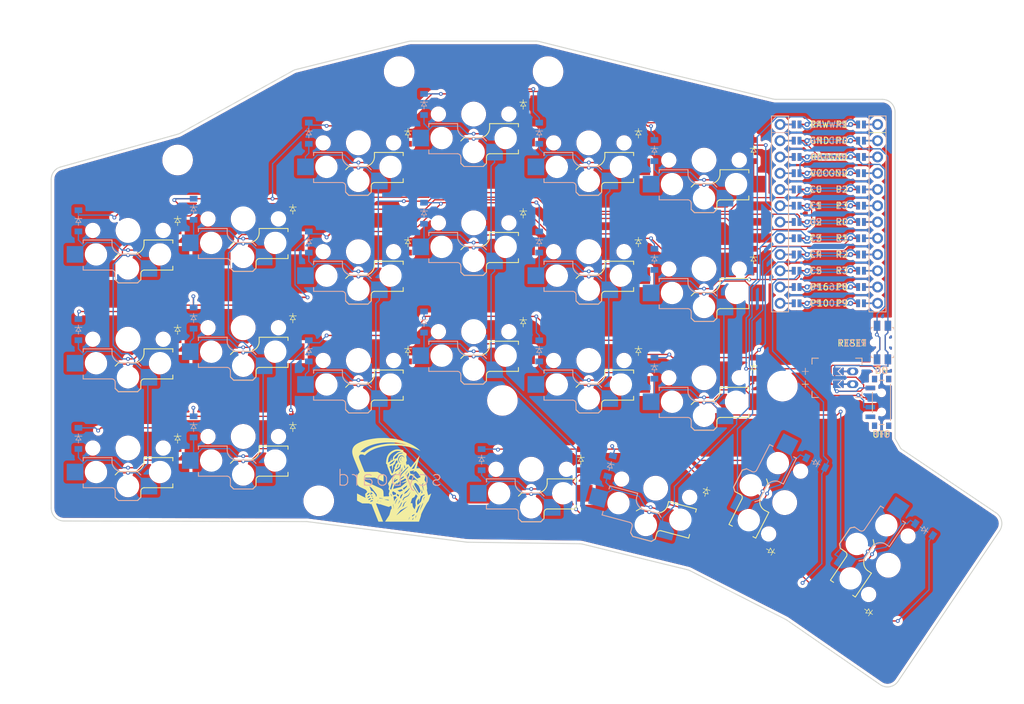
<source format=kicad_pcb>
(kicad_pcb (version 20241229) (generator "pcbnew") (generator_version "9.0")
  (title_block (title "scyboard") (date "2025-06-10") (rev "1") (company "Scybin"))
  (layers (0 "F.Cu" signal) (2 "B.Cu" signal) (13 "F.Paste" user) (15 "B.Paste" user) (5 "F.SilkS" user "F.Silkscreen") (7 "B.SilkS" user "B.Silkscreen") (1 "F.Mask" user) (3 "B.Mask" user) (25 "Edge.Cuts" user))
  (net 0 "")
  (net 1 "C0")
  (net 2 "outer_bottom_B")
  (net 3 "GND")
  (net 4 "outer_home_B")
  (net 5 "outer_top_B")
  (net 6 "C1")
  (net 7 "pinky_bottom_B")
  (net 8 "pinky_home_B")
  (net 9 "pinky_top_B")
  (net 10 "C2")
  (net 11 "ring_bottom_B")
  (net 12 "ring_home_B")
  (net 13 "ring_top_B")
  (net 14 "C3")
  (net 15 "middle_bottom_B")
  (net 16 "middle_home_B")
  (net 17 "middle_top_B")
  (net 18 "C4")
  (net 19 "index_bottom_B")
  (net 20 "index_home_B")
  (net 21 "index_top_B")
  (net 22 "C5")
  (net 23 "inner_bottom_B")
  (net 24 "inner_home_B")
  (net 25 "inner_top_B")
  (net 26 "tuck_cluster_B")
  (net 27 "layer_cluster_B")
  (net 28 "space_cluster_B")
  (net 29 "reach_cluster_B")
  (net 30 "R2")
  (net 31 "R1")
  (net 32 "R0")
  (net 33 "R3")
  (net 34 "RAW")
  (net 35 "RST")
  (net 36 "VCC")
  (net 37 "P16")
  (net 38 "P10")
  (net 39 "P1")
  (net 40 "P0")
  (net 41 "P2")
  (net 42 "P3")
  (net 43 "P8")
  (net 44 "P9")
  (net 45 "MCU1_24")
  (net 46 "MCU1_1")
  (net 47 "MCU1_23")
  (net 48 "MCU1_2")
  (net 49 "MCU1_22")
  (net 50 "MCU1_3")
  (net 51 "MCU1_21")
  (net 52 "MCU1_4")
  (net 53 "MCU1_20")
  (net 54 "MCU1_5")
  (net 55 "MCU1_19")
  (net 56 "MCU1_6")
  (net 57 "MCU1_18")
  (net 58 "MCU1_7")
  (net 59 "MCU1_17")
  (net 60 "MCU1_8")
  (net 61 "MCU1_16")
  (net 62 "MCU1_9")
  (net 63 "MCU1_15")
  (net 64 "MCU1_10")
  (net 65 "MCU1_14")
  (net 66 "MCU1_11")
  (net 67 "MCU1_13")
  (net 68 "MCU1_12")
  (net 69 "BAT_P")
  (net 70 "JST1_1")
  (net 71 "JST1_2")
  (footprint "ceoloide:diode_tht_sod123" (layer "F.Cu") (at 57.75 81.5 -90)
    (property "Reference" "D24" (hide yes))
    (property "Value" "")
  )
  (footprint "ceoloide:mcu_nice_nano" (layer "F.Cu") (at 159.5 62.145)
    (property "Reference" "MCU1" (hide yes))
    (property "Value" "")
  )
  (footprint "ceoloide:mounting_hole_npth" (layer "F.Cu") (at 152.25 90.33)
    (property "Reference" "MH5" (hide yes))
    (property "Value" "")
  )
  (footprint "ceoloide:diode_tht_sod123" (layer "F.Cu") (at 129.75 84.82 -90)
    (property "Reference" "D35" (hide yes))
    (property "Value" "")
  )
  (footprint "ceoloide:diode_tht_sod123" (layer "F.Cu") (at 165.7098 125.5838 146)
    (property "Reference" "D44" (hide yes))
    (property "Value" "")
  )
  (footprint "ceoloide:diode_tht_sod123" (layer "F.Cu") (at 57.75 64.5 -90)
    (property "Reference" "D25" (hide yes))
    (property "Value" "")
  )
  (footprint "ceoloide:diode_tht_sod123" (layer "F.Cu") (at 111.75 80.32 -90)
    (property "Reference" "D32" (hide yes))
    (property "Value" "")
  )
  (footprint "ceoloide:diode_tht_sod123" (layer "F.Cu") (at 93.75 67.82 -90)
    (property "Reference" "D30" (hide yes))
    (property "Value" "")
  )
  (footprint "custom:scyboard_logo" (layer "F.Cu") (at 91 105)
    (property "Reference" "LOGO1" (hide yes))
    (property "Value" "" (hide yes))
  )
  (footprint "ceoloide:diode_tht_sod123" (layer "F.Cu") (at 93.75 50.82 -90)
    (property "Reference" "D31" (hide yes))
    (property "Value" "")
  )
  (footprint "ceoloide:mounting_hole_npth" (layer "F.Cu") (at 79.8 108.25)
    (property "Reference" "MH2" (hide yes))
    (property "Value" "")
  )
  (footprint "ceoloide:diode_tht_sod123" (layer "F.Cu") (at 147.75 53.52 -90)
    (property "Reference" "D40" (hide yes))
    (property "Value" "")
  )
  (footprint "ceoloide:diode_tht_sod123" (layer "F.Cu") (at 57.75 98.5 -90)
    (property "Reference" "D23" (hide yes))
    (property "Value" "")
  )
  (footprint "ceoloide:mounting_hole_npth" (layer "F.Cu") (at 57.75 55)
    (property "Reference" "MH1" (hide yes))
    (property "Value" "")
  )
  (footprint "ceoloide:power_switch_smd_side" (layer "F.Cu") (at 167.725 92.87)
    (property "Reference" "PWR1" (hide yes))
    (property "Value" "")
  )
  (footprint "ceoloide:diode_tht_sod123" (layer "F.Cu") (at 93.75 84.82 -90)
    (property "Reference" "D29" (hide yes))
    (property "Value" "")
  )
  (footprint "ceoloide:diode_tht_sod123" (layer "F.Cu") (at 129.75 50.82 -90)
    (property "Reference" "D37" (hide yes))
    (property "Value" "")
  )
  (footprint "ceoloide:diode_tht_sod123" (layer "F.Cu") (at 140.3142 106.837 -105)
    (property "Reference" "D42" (hide yes))
    (property "Value" "")
  )
  (footprint "ceoloide:battery_connector_jst_ph_2" (layer "F.Cu") (at 163.225 89.03 -90)
    (property "Reference" "JST1" (hide yes))
    (property "Value" "")
  )
  (footprint "ceoloide:mounting_hole_npth" (layer "F.Cu") (at 115.63 41.18)
    (property "Reference" "MH4" (hide yes))
    (property "Value" "")
  )
  (footprint "ceoloide:mounting_hole_npth" (layer "F.Cu") (at 108.5 92.57)
    (property "Reference" "MH6" (hide yes))
    (property "Value" "")
  )
  (footprint "ceoloide:diode_tht_sod123" (layer "F.Cu") (at 75.75 96.7 -90)
    (property "Reference" "D26" (hide yes))
    (property "Value" "")
  )
  (footprint "ceoloide:reset_switch_smd_side" (layer "F.Cu") (at 167.884 83.52 -90)
    (property "Reference" "RST1" (hide yes))
    (property "Value" "")
  )
  (footprint "ceoloide:diode_tht_sod123" (layer "F.Cu") (at 111.75 63.32 -90)
    (property "Reference" "D33" (hide yes))
    (property "Value" "")
  )
  (footprint "ceoloide:mounting_hole_npth" (layer "F.Cu") (at 92.37 41.18)
    (property "Reference" "MH3" (hide yes))
    (property "Value" "")
  )
  (footprint "ceoloide:diode_tht_sod123" (layer "F.Cu") (at 75.75 62.7 -90)
    (property "Reference" "D28" (hide yes))
    (property "Value" "")
  )
  (footprint "ceoloide:diode_tht_sod123" (layer "F.Cu") (at 120.75 101.82 -90)
    (property "Reference" "D41" (hide yes))
    (property "Value" "")
  )
  (footprint "ceoloide:diode_tht_sod123" (layer "F.Cu") (at 150.4181 116.1063 153)
    (property "Reference" "D43" (hide yes))
    (property "Value" "")
  )
  (footprint "ceoloide:diode_tht_sod123" (layer "F.Cu") (at 147.75 70.52 -90)
    (property "Reference" "D39" (hide yes))
    (property "Value" "")
  )
  (footprint "ceoloide:diode_tht_sod123" (layer "F.Cu") (at 111.75 46.32 -90)
    (property "Reference" "D34" (hide yes))
    (property "Value" "")
  )
  (footprint "ceoloide:diode_tht_sod123" (layer "F.Cu") (at 147.75 87.52 -90)
    (property "Reference" "D38" (hide yes))
    (property "Value" "")
  )
  (footprint "ceoloide:diode_tht_sod123" (layer "F.Cu") (at 129.75 67.82 -90)
    (property "Reference" "D36" (hide yes))
    (property "Value" "")
  )
  (footprint "ceoloide:diode_tht_sod123" (layer "F.Cu") (at 75.75 79.7 -90)
    (property "Reference" "D27" (hide yes))
    (property "Value" "")
  )
  (footprint "ceoloide:switch_choc_v1_v2" (layer "B.Cu") (at 50 66 180)
    (property "Reference" "S3" (hide yes))
    (property "Value" "")
  )
  (footprint "ceoloide:switch_choc_v1_v2" (layer "B.Cu") (at 86 86.32 180)
    (property "Reference" "S7" (hide yes))
    (property "Value" "")
  )
  (footprint "ceoloide:diode_tht_sod123" (layer "B.Cu") (at 125.3423 102.8253 -105)
    (property "Reference" "D20" (hide yes))
    (property "Value" "")
  )
  (footprint "ceoloide:diode_tht_sod123" (layer "B.Cu") (at 174.3773 112.7337 146)
    (property "Reference" "D22" (hide yes))
    (property "Value" "")
  )
  (footprint "ceoloide:diode_tht_sod123" (layer "B.Cu") (at 96.25 80.32 -90)
    (property "Reference" "D10" (hide yes))
    (property "Value" "")
  )
  (footprint "ceoloide:switch_choc_v1_v2" (layer "B.Cu") (at 68 64.2 180)
    (property "Reference" "S6" (hide yes))
    (property "Value" "")
  )
  (footprint "ceoloide:diode_tht_sod123" (layer "B.Cu") (at 114.25 84.82 -90)
    (property "Reference" "D13" (hide yes))
    (property "Value" "")
  )
  (footprint "ceoloide:switch_choc_v1_v2" (layer "B.Cu") (at 104 64.82 180)
    (property "Reference" "S11" (hide yes))
    (property "Value" "")
  )
  (footprint "ceoloide:switch_choc_v1_v2" (layer "B.Cu") (at 140 55.02 180)
    (property "Reference" "S18" (hide yes))
    (property "Value" "")
  )
  (footprint "ceoloide:diode_tht_sod123" (layer "B.Cu") (at 132.25 53.52 -90)
    (property "Reference" "D18" (hide yes))
    (property "Value" "")
  )
  (footprint "ceoloide:switch_choc_v1_v2" (layer "B.Cu") (at 168.8 118.32 56)
    (property "Reference" "S22" (hide yes))
    (property "Value" "")
  )
  (footprint "ceoloide:diode_tht_sod123" (layer "B.Cu") (at 42.25 81.5 -90)
    (property "Reference" "D2" (hide yes))
    (property "Value" "")
  )
  (footprint "ceoloide:switch_choc_v1_v2" (layer "B.Cu") (at 104 81.82 180)
    (property "Reference" "S10" (hide yes))
    (property "Value" "")
  )
  (footprint "ceoloide:switch_choc_v1_v2" (layer "B.Cu") (at 104 47.82 180)
    (property "Reference" "S12" (hide yes))
    (property "Value" "")
  )
  (footprint "ceoloide:switch_choc_v1_v2" (layer "B.Cu") (at 86 69.32 180)
    (property "Reference" "S8" (hide yes))
    (property "Value" "")
  )
  (footprint "ceoloide:diode_tht_sod123" (layer "B.Cu") (at 42.25 64.5 -90)
    (property "Reference" "D3" (hide yes))
    (property "Value" "")
  )
  (footprint "ceoloide:switch_choc_v1_v2" (layer "B.Cu") (at 113 103.32 180)
    (property "Reference" "S19" (hide yes))
    (property "Value" "")
  )
  (footprint "ceoloide:switch_choc_v1_v2" (layer "B.Cu") (at 50 100 180)
    (property "Reference" "S1" (hide yes))
    (property "Value" "")
  )
  (footprint "ceoloide:diode_tht_sod123" (layer "B.Cu") (at 96.25 46.32 -90)
    (property "Reference" "D12" (hide yes))
    (property "Value" "")
  )
  (footprint "ceoloide:diode_tht_sod123" (layer "B.Cu") (at 132.25 87.52 -90)
    (property "Reference" "D16" (hide yes))
    (property "Value" "")
  )
  (footprint "ceoloide:diode_tht_sod123" (layer "B.Cu") (at 78.25 50.82 -90)
    (property "Reference" "D9" (hide yes))
    (property "Value" "")
  )
  (footprint "ceoloide:switch_choc_v1_v2" (layer "B.Cu") (at 122 52.32 180)
    (property "Reference" "S15" (hide yes))
    (property "Value" "")
  )
  (footprint "ceoloide:diode_tht_sod123" (layer "B.Cu") (at 60.25 62.7 -90)
    (property "Reference" "D6" (hide yes))
    (property "Value" "")
  )
  (footprint "ceoloide:switch_choc_v1_v2" (layer "B.Cu") (at 140 89.02 180)
    (property "Reference" "S16" (hide yes))
    (property "Value" "")
  )
  (footprint "ceoloide:switch_choc_v1_v2" (layer "B.Cu") (at 132.44 106.28 165)
    (property "Reference" "S20" (hide yes))
    (property "Value" "")
  )
  (footprint "ceoloide:diode_tht_sod123" (layer "B.Cu") (at 114.25 50.82 -90)
    (property "Reference" "D15" (hide yes))
    (property "Value" "")
  )
  (footprint "ceoloide:diode_tht_sod123" (layer "B.Cu") (at 96.25 63.32 -90)
    (property "Reference" "D11" (hide yes))
    (property "Value" "")
  )
  (footprint "ceoloide:switch_choc_v1_v2" (layer "B.Cu") (at 122 69.32 180)
    (property "Reference" "S14" (hide yes))
    (property "Value" "")
  )
  (footprint "ceoloide:diode_tht_sod123" (layer "B.Cu") (at 114.25 67.82 -90)
    (property "Reference" "D14" (hide yes))
    (property "Value" "")
  )
  (footprint "ceoloide:switch_choc_v1_v2" (layer "B.Cu") (at 50 83 180)
    (property "Reference" "S2" (hide yes))
    (property "Value" "")
  )
  (footprint "ceoloide:diode_tht_sod123" (layer "B.Cu") (at 157.4549 102.2957 153)
    (property "Reference" "D21" (hide yes))
    (property "Value" "")
  )
  (footprint "ceoloide:diode_tht_sod123" (layer "B.Cu") (at 78.25 84.82 -90)
    (property "Reference" "D7" (hide yes))
    (property "Value" "")
  )
  (footprint "ceoloide:diode_tht_sod123" (layer "B.Cu") (at 132.25 70.52 -90)
    (property "Reference" "D17" (hide yes))
    (property "Value" "")
  )
  (footprint "ceoloide:diode_tht_sod123" (layer "B.Cu") (at 60.25 79.7 -90)
    (property "Reference" "D5" (hide yes))
    (property "Value" "")
  )
  (footprint "ceoloide:diode_tht_sod123" (layer "B.Cu") (at 105.25 101.82 -90)
    (property "Reference" "D19" (hide yes))
    (property "Value" "")
  )
  (footprint "ceoloide:switch_choc_v1_v2" (layer "B.Cu") (at 122 86.32 180)
    (property "Reference" "S13" (hide yes))
    (property "Value" "")
  )
  (footprint "ceoloide:diode_tht_sod123" (layer "B.Cu") (at 42.25 98.5 -90)
    (property "Reference" "D1" (hide yes))
    (property "Value" "")
  )
  (footprint "ceoloide:switch_choc_v1_v2" (layer "B.Cu") (at 68 98.2 180)
    (property "Reference" "S4" (hide yes))
    (property "Value" "")
  )
  (footprint "ceoloide:switch_choc_v1_v2" (layer "B.Cu") (at 140 72.02 180)
    (property "Reference" "S17" (hide yes))
    (property "Value" "")
  )
  (footprint "ceoloide:switch_choc_v1_v2" (layer "B.Cu") (at 152.6 108.52 63)
    (property "Reference" "S21" (hide yes))
    (property "Value" "")
  )
  (footprint "ceoloide:switch_choc_v1_v2" (layer "B.Cu") (at 86 52.32 180)
    (property "Reference" "S9" (hide yes))
    (property "Value" "")
  )
  (footprint "ceoloide:switch_choc_v1_v2" (layer "B.Cu") (at 68 81.2 180)
    (property "Reference" "S5" (hide yes))
    (property "Value" "")
  )
  (footprint "ceoloide:diode_tht_sod123" (layer "B.Cu") (at 78.25 67.82 -90)
    (property "Reference" "D8" (hide yes))
    (property "Value" "")
  )
  (footprint "ceoloide:diode_tht_sod123" (layer "B.Cu") (at 60.25 96.7 -90)
    (property "Reference" "D4" (hide yes))
    (property "Value" "")
  )
  (gr_line (start 77.87424 111.499686) (end 39.995 111.404988) (stroke (width 0.15)) (layer "Edge.Cuts"))
  (gr_line (start 170.770654 100.108492) (end 185.651878 110.146005) (stroke (width 0.15)) (layer "Edge.Cuts"))
  (gr_arc (start 137.401144 119.017468) (mid 137.622553 119.085338) (end 137.834629 119.178353) (stroke (width 0.15)) (layer "Edge.Cuts"))
  (gr_arc (start 185.651878 110.146005) (mid 186.496763 111.422465) (end 186.191568 112.922466) (stroke (width 0.15)) (layer "Edge.Cuts"))
  (gr_arc (start 38 58.016921) (mid 38.406486 56.8083) (end 39.46074 56.090993) (stroke (width 0.15)) (layer "Edge.Cuts"))
  (gr_line (start 167.527968 136.97466) (end 152.97358 126.912059) (stroke (width 0.15)) (layer "Edge.Cuts"))
  (gr_arc (start 39.995 111.404987) (mid 38.584022 110.817438) (end 38 109.404994) (stroke (width 0.15)) (layer "Edge.Cuts"))
  (gr_arc (start 58.204915 50.786386) (mid 57.994804 50.887346) (end 57.774374 50.963175) (stroke (width 0.15)) (layer "Edge.Cuts"))
  (gr_line (start 152.744174 126.775145) (end 137.834629 119.178353) (stroke (width 0.15)) (layer "Edge.Cuts"))
  (gr_line (start 39.46074 56.090993) (end 57.774374 50.963175) (stroke (width 0.15)) (layer "Edge.Cuts"))
  (gr_arc (start 151.238658 45.52) (mid 151.001682 45.505906) (end 150.768043 45.463842) (stroke (width 0.15)) (layer "Edge.Cuts"))
  (gr_line (start 186.191568 112.922465) (end 170.32343 136.447946) (stroke (width 0.15)) (layer "Edge.Cuts"))
  (gr_arc (start 75.770192 41.047416) (mid 76.006304 40.935986) (end 76.254921 40.85627) (stroke (width 0.15)) (layer "Edge.Cuts"))
  (gr_line (start 102.886327 114.705359) (end 78.12473 111.516065) (stroke (width 0.15)) (layer "Edge.Cuts"))
  (gr_line (start 76.254921 40.85627) (end 93.76114 36.479715) (stroke (width 0.15)) (layer "Edge.Cuts"))
  (gr_arc (start 93.76114 36.479715) (mid 94.001845 36.434986) (end 94.246211 36.42) (stroke (width 0.15)) (layer "Edge.Cuts"))
  (gr_line (start 169.85 98.52) (end 169.85 47.52) (stroke (width 0.15)) (layer "Edge.Cuts"))
  (gr_arc (start 170.32343 136.447946) (mid 169.035682 137.294963) (end 167.527968 136.97466) (stroke (width 0.15)) (layer "Edge.Cuts"))
  (gr_line (start 151.238658 45.52) (end 167.85 45.52) (stroke (width 0.15)) (layer "Edge.Cuts"))
  (gr_arc (start 103.114602 114.72156) (mid 103.000232 114.716729) (end 102.886327 114.705359) (stroke (width 0.15)) (layer "Edge.Cuts"))
  (gr_line (start 120.569262 114.959096) (end 103.114602 114.72156) (stroke (width 0.15)) (layer "Edge.Cuts"))
  (gr_arc (start 167.85 45.52) (mid 169.264214 46.105786) (end 169.85 47.52) (stroke (width 0.15)) (layer "Edge.Cuts"))
  (gr_line (start 94.246211 36.42) (end 113.753789 36.42) (stroke (width 0.15)) (layer "Edge.Cuts"))
  (gr_arc (start 77.87424 111.499686) (mid 77.999742 111.503944) (end 78.12473 111.516065) (stroke (width 0.15)) (layer "Edge.Cuts"))
  (gr_line (start 114.23886 36.479715) (end 131.992779 40.918195) (stroke (width 0.15)) (layer "Edge.Cuts"))
  (gr_arc (start 152.744174 126.775145) (mid 152.861166 126.839767) (end 152.97358 126.912059) (stroke (width 0.15)) (layer "Edge.Cuts"))
  (gr_line (start 58.204915 50.786386) (end 75.770192 41.047416) (stroke (width 0.15)) (layer "Edge.Cuts"))
  (gr_line (start 137.401144 119.017468) (end 121.016542 115.016012) (stroke (width 0.15)) (layer "Edge.Cuts"))
  (gr_arc (start 113.753789 36.42) (mid 113.998156 36.434984) (end 114.23886 36.479715) (stroke (width 0.15)) (layer "Edge.Cuts"))
  (gr_line (start 169.85 98.52) (end 170.770654 100.108492) (stroke (width 0.15)) (layer "Edge.Cuts"))
  (gr_arc (start 120.569262 114.959096) (mid 120.794512 114.974904) (end 121.016542 115.016012) (stroke (width 0.15)) (layer "Edge.Cuts"))
  (gr_line (start 38 109.404994) (end 38 58.016921) (stroke (width 0.15)) (layer "Edge.Cuts"))
  (gr_arc (start 132.007236 40.921752) (mid 132.000004 40.919987) (end 131.992779 40.918195) (stroke (width 0.15)) (layer "Edge.Cuts"))
  (gr_line (start 132.007236 40.921752) (end 150.768043 45.463842) (stroke (width 0.15)) (layer "Edge.Cuts"))
  (gr_text "RESET" (at 160.74 84.21 0) (layer "F.SilkS") (effects (font (size 1 1)) (justify left bottom)))
  (gr_text "RESET" (at 165.56 84.21 0) (layer "B.SilkS") (effects (font (size 1 1)) (justify left bottom mirror)))
  (segment (start 154.24 60.875) (end 146.0766 60.875) (width 0.2) (layer "F.Cu") (net 1))
  (segment (start 109.417 59.9261) (end 109.2507 60.0924) (width 0.2) (layer "F.Cu") (net 1))
  (segment (start 48.8 86.875) (end 50 86.875) (width 0.2) (layer "F.Cu") (net 1))
  (segment (start 97.7066 60.0924) (end 97.1442 60.6548) (width 0.2) (layer "F.Cu") (net 1))
  (segment (start 49.1294 69.875) (end 50 69.875) (width 0.2) (layer "F.Cu") (net 1))
  (segment (start 114.3626 59.9261) (end 109.417 59.9261) (width 0.2) (layer "F.Cu") (net 1))
  (segment (start 146.0766 60.875) (end 143.9129 63.0387) (width 0.2) (layer "F.Cu") (net 1))
  (segment (start 59.7224 63.7355) (end 55.4489 63.7355) (width 0.2) (layer "F.Cu") (net 1))
  (segment (start 117.4752 63.0387) (end 114.3626 59.9261) (width 0.2) (layer "F.Cu") (net 1))
  (segment (start 48.8 103.875) (end 50 103.875) (width 0.2) (layer "F.Cu") (net 1))
  (segment (start 154.92 59.605) (end 155.51 59.605) (width 0.25) (layer "F.Cu") (net 1))
  (segment (start 155.51 59.605) (end 154.24 60.875) (width 0.2) (layer "F.Cu") (net 1))
  (segment (start 46.725 105.95) (end 48.8 103.875) (width 0.2) (layer "F.Cu") (net 1))
  (segment (start 87.519 61.8233) (end 61.6346 61.8233) (width 0.2) (layer "F.Cu") (net 1))
  (segment (start 46.725 88.95) (end 48.8 86.875) (width 0.2) (layer "F.Cu") (net 1))
  (segment (start 49.964 68.2517) (end 49.1294 69.0863) (width 0.2) (layer "F.Cu") (net 1))
  (segment (start 55.4489 63.7355) (end 55.4489 63.7356) (width 0.2) (layer "F.Cu") (net 1))
  (segment (start 50.9328 68.2517) (end 49.964 68.2517) (width 0.2) (layer "F.Cu") (net 1))
  (segment (start 155.51 59.605) (end 156.1 59.605) (width 0.25) (layer "F.Cu") (net 1))
  (segment (start 46.725 71.95) (end 48.8 69.875) (width 0.2) (layer "F.Cu") (net 1))
  (segment (start 61.6346 61.8233) (end 59.7224 63.7355) (width 0.2) (layer "F.Cu") (net 1))
  (segment (start 96.9779 60.8211) (end 88.5212 60.8211) (width 0.2) (layer "F.Cu") (net 1))
  (segment (start 109.2507 60.0924) (end 97.7066 60.0924) (width 0.2) (layer "F.Cu") (net 1))
  (segment (start 48.8 69.875) (end 49.1294 69.875) (width 0.2) (layer "F.Cu") (net 1))
  (segment (start 109.417 59.9261) (end 109.2507 60.0924) (width 0.2) (layer "F.Cu") (net 1))
  (segment (start 55.4489 63.7356) (end 50.9328 68.2517) (width 0.2) (layer "F.Cu") (net 1))
  (segment (start 97.1442 60.6548) (end 96.9779 60.8211) (width 0.2) (layer "F.Cu") (net 1))
  (segment (start 49.1294 69.0863) (end 49.1294 69.875) (width 0.2) (layer "F.Cu") (net 1))
  (segment (start 97.1442 60.6548) (end 96.9779 60.8211) (width 0.2) (layer "F.Cu") (net 1))
  (segment (start 143.9129 63.0387) (end 117.4752 63.0387) (width 0.2) (layer "F.Cu") (net 1))
  (segment (start 88.5212 60.8211) (end 87.519 61.8233) (width 0.2) (layer "F.Cu") (net 1))
  (via (at 50 86.875) (size 0.6) (drill 0.3) (layers "F.Cu" "B.Cu") (net 1))
  (via (at 50 103.875) (size 0.6) (drill 0.3) (layers "F.Cu" "B.Cu") (net 1))
  (via (at 50 69.875) (size 0.6) (drill 0.3) (layers "F.Cu" "B.Cu") (net 1))
  (segment (start 51.0345 86.875) (end 50 86.875) (width 0.2) (layer "B.Cu") (net 1))
  (segment (start 47.6855 83.9185) (end 49.0187 85.2517) (width 0.2) (layer "B.Cu") (net 1))
  (segment (start 50 69.875) (end 49.1542 69.875) (width 0.2) (layer "B.Cu") (net 1))
  (segment (start 164.275 59.605) (end 164.08 59.605) (width 0.25) (layer "B.Cu") (net 1))
  (segment (start 156.32 59.385) (end 156.1 59.605) (width 0.2) (layer "B.Cu") (net 1))
  (segment (start 53.275 105.95) (end 51.425 104.1) (width 0.2) (layer "B.Cu") (net 1))
  (segment (start 51.0345 86.2554) (end 51.0345 86.875) (width 0.2) (layer "B.Cu") (net 1))
  (segment (start 50.0308 85.2517) (end 51.0345 86.2554) (width 0.2) (layer "B.Cu") (net 1))
  (segment (start 53.1 102.425) (end 51.425 104.1) (width 0.2) (layer "B.Cu") (net 1))
  (segment (start 53.275 71.95) (end 51.2 69.875) (width 0.2) (layer "B.Cu") (net 1))
  (segment (start 53.275 88.95) (end 53.1 88.775) (width 0.2) (layer "B.Cu") (net 1))
  (segment (start 162.6 58.88) (end 162.095 59.385) (width 0.25) (layer "B.Cu") (net 1))
  (segment (start 51.2 86.875) (end 51.0345 86.875) (width 0.2) (layer "B.Cu") (net 1))
  (segment (start 47.6855 71.3437) (end 47.6855 83.9185) (width 0.2) (layer "B.Cu") (net 1))
  (segment (start 163.925 59.605) (end 163.2 58.88) (width 0.25) (layer "B.Cu") (net 1))
  (segment (start 53.1 88.775) (end 53.1 102.425) (width 0.2) (layer "B.Cu") (net 1))
  (segment (start 51.425 104.1) (end 51.2 103.875) (width 0.2) (layer "B.Cu") (net 1))
  (segment (start 163.2 58.88) (end 162.6 58.88) (width 0.25) (layer "B.Cu") (net 1))
  (segment (start 49.1542 69.875) (end 47.6855 71.3437) (width 0.2) (layer "B.Cu") (net 1))
  (segment (start 162.095 59.385) (end 156.32 59.385) (width 0.25) (layer "B.Cu") (net 1))
  (segment (start 51.2 103.875) (end 50 103.875) (width 0.2) (layer "B.Cu") (net 1))
  (segment (start 164.08 59.605) (end 163.925 59.605) (width 0.25) (layer "B.Cu") (net 1))
  (segment (start 51.2 69.875) (end 50 69.875) (width 0.2) (layer "B.Cu") (net 1))
  (segment (start 49.0187 85.2517) (end 50.0308 85.2517) (width 0.2) (layer "B.Cu") (net 1))
  (segment (start 53.1 88.775) (end 51.2 86.875) (width 0.2) (layer "B.Cu") (net 1))
  (segment (start 52.154 101.896) (end 50.975 103.075) (width 0.2) (layer "F.Cu") (net 2))
  (segment (start 57.4153 100.9017) (end 56.421 101.896) (width 0.2) (layer "F.Cu") (net 2))
  (segment (start 50.975 103.075) (end 50 103.075) (width 0.2) (layer "F.Cu") (net 2))
  (segment (start 57.75 100.15) (end 57.75 100.9017) (width 0.2) (layer "F.Cu") (net 2))
  (segment (start 58.275 103.75) (end 56.421 101.896) (width 0.2) (layer "F.Cu") (net 2))
  (segment (start 57.75 100.9017) (end 57.4153 100.9017) (width 0.2) (layer "F.Cu") (net 2))
  (segment (start 56.421 101.896) (end 52.154 101.896) (width 0.2) (layer "F.Cu") (net 2))
  (via (at 50 103.075) (size 0.6) (drill 0.3) (layers "F.Cu" "B.Cu") (net 2))
  (segment (start 43.1124 102.3626) (end 43.579 101.896) (width 0.2) (layer "B.Cu") (net 2))
  (segment (start 47.8598 101.896) (end 49.0388 103.075) (width 0.2) (layer "B.Cu") (net 2))
  (segment (start 42.25 101.5002) (end 43.1124 102.3626) (width 0.2) (layer "B.Cu") (net 2))
  (segment (start 42.25 100.15) (end 42.25 101.5002) (width 0.2) (layer "B.Cu") (net 2))
  (segment (start 41.725 103.75) (end 43.1124 102.3626) (width 0.2) (layer "B.Cu") (net 2))
  (segment (start 49.0388 103.075) (end 50 103.075) (width 0.2) (layer "B.Cu") (net 2))
  (segment (start 43.579 101.896) (end 47.8598 101.896) (width 0.2) (layer "B.Cu") (net 2))
  (segment (start 168.734 85.6066) (end 168.734 85.0683) (width 0.2) (layer "F.Cu") (net 3))
  (segment (start 168.734 86.145) (end 168.734 87.2217) (width 0.2) (layer "F.Cu") (net 3))
  (segment (start 158.05 54.525) (end 162.9 54.525) (width 0.2) (layer "F.Cu") (net 3))
  (segment (start 164.4017 87.2217) (end 167.1311 87.2217) (width 0.2) (layer "F.Cu") (net 3))
  (segment (start 168.309 84.6433) (end 168.309 82.3967) (width 0.2) (layer "F.Cu") (net 3))
  (segment (start 167.1311 87.2217) (end 168.734 87.2217) (width 0.2) (layer "F.Cu") (net 3))
  (segment (start 155.51 51.985) (end 156.1 51.985) (width 0.25) (layer "F.Cu") (net 3))
  (segment (start 168.734 80.895) (end 168.734 81.9717) (width 0.2) (layer "F.Cu") (net 3))
  (segment (start 160.409 90.03) (end 159.8573 90.03) (width 0.2) (layer "F.Cu") (net 3))
  (segment (start 159.8573 87.2851) (end 160.0622 87.0802) (width 0.2) (layer "F.Cu") (net 3))
  (segment (start 167.1311 87.2217) (end 167.1311 87.82) (width 0.2) (layer "F.Cu") (net 3))
  (segment (start 155.51 51.985) (end 158.05 54.525) (width 0.2) (layer "F.Cu") (net 3))
  (segment (start 168.734 85.6066) (end 168.734 86.145) (width 0.2) (layer "F.Cu") (net 3))
  (segment (start 168.309 82.3967) (end 168.734 81.9717) (width 0.2) (layer "F.Cu") (net 3))
  (segment (start 160.0622 87.0802) (end 164.2602 87.0802) (width 0.2) (layer "F.Cu") (net 3))
  (segment (start 168.734 85.0683) (end 168.309 84.6433) (width 0.2) (layer "F.Cu") (net 3))
  (segment (start 154.92 51.985) (end 155.51 51.985) (width 0.25) (layer "F.Cu") (net 3))
  (segment (start 164.2602 87.0802) (end 164.4017 87.2217) (width 0.2) (layer "F.Cu") (net 3))
  (segment (start 164.08 54.525) (end 162.9 54.525) (width 0.25) (layer "F.Cu") (net 3))
  (segment (start 159.8573 90.03) (end 159.8573 87.2851) (width 0.2) (layer "F.Cu") (net 3))
  (segment (start 164.08 57.065) (end 162.9 57.065) (width 0.25) (layer "F.Cu") (net 3))
  (via (at 167.1311 87.82) (size 0.6) (drill 0.3) (layers "F.Cu" "B.Cu") (net 3))
  (segment (start 154.725 54.525) (end 154.92 54.525) (width 0.25) (layer "B.Cu") (net 3))
  (segment (start 154.92 54.525) (end 155.075 54.525) (width 0.25) (layer "B.Cu") (net 3))
  (segment (start 156.895 54.755) (end 162.67 54.755) (width 0.25) (layer "B.Cu") (net 3))
  (segment (start 164.08 51.985) (end 164.0025 51.985) (width 0.25) (layer "B.Cu") (net 3))
  (segment (start 155.075 57.065) (end 155.8 57.79) (width 0.25) (layer "B.Cu") (net 3))
  (segment (start 163.925 51.985) (end 163.2 51.26) (width 0.25) (layer "B.Cu") (net 3))
  (segment (start 155.075 54.525) (end 155.6 55.05) (width 0.25) (layer "B.Cu") (net 3))
  (segment (start 162.9 57.065) (end 162.67 57.295) (width 0.2) (layer "B.Cu") (net 3))
  (segment (start 156.1 51.985) (end 156.32 51.765) (width 0.2) (layer "B.Cu") (net 3))
  (segment (start 156.4 57.79) (end 156.895 57.295) (width 0.25) (layer "B.Cu") (net 3))
  (segment (start 168.3121 84.6464) (end 168.3121 82.3936) (width 0.2) (layer "B.Cu") (net 3))
  (segment (start 164.0025 52.371) (end 164.8865 53.255) (width 0.2) (layer "B.Cu") (net 3))
  (segment (start 166.9168 87.82) (end 167.1311 87.82) (width 0.2) (layer "B.Cu") (net 3))
  (segment (start 168.734 86.145) (end 168.734 85.0683) (width 0.2) (layer "B.Cu") (net 3))
  (segment (start 168.3121 84.6464) (end 168.734 85.0683) (width 0.2) (layer "B.Cu") (net 3))
  (segment (start 168.734 86.145) (end 168.734 87.2217) (width 0.2) (layer "B.Cu") (net 3))
  (segment (start 166.2251 87.1283) (end 166.9168 87.82) (width 0.2) (layer "B.Cu") (net 3))
  (segment (start 164.0025 51.985) (end 164.0025 52.371) (width 0.2) (layer "B.Cu") (net 3))
  (segment (start 167.5396 53.255) (end 168.734 54.4494) (width 0.2) (layer "B.Cu") (net 3))
  (segment (start 168.734 80.895) (end 168.734 81.9717) (width 0.2) (layer "B.Cu") (net 3))
  (segment (start 168.734 54.4494) (end 168.734 80.895) (width 0.2) (layer "B.Cu") (net 3))
  (segment (start 160.409 88.03) (end 160.409 87.1283) (width 0.2) (layer "B.Cu") (net 3))
  (segment (start 167.7294 87.2217) (end 167.1311 87.82) (width 0.2) (layer "B.Cu") (net 3))
  (segment (start 168.734 81.9717) (end 168.3121 82.3936) (width 0.2) (layer "B.Cu") (net 3))
  (segment (start 164.8865 53.255) (end 167.5396 53.255) (width 0.2) (layer "B.Cu") (net 3))
  (segment (start 156.895 57.295) (end 162.67 57.295) (width 0.25) (layer "B.Cu") (net 3))
  (segment (start 154.9975 55.6525) (end 155.6 55.05) (width 0.2) (layer "B.Cu") (net 3))
  (segment (start 154.92 57.065) (end 154.9975 57.065) (width 0.25) (layer "B.Cu") (net 3))
  (segment (start 155.6 55.05) (end 155.8 55.25) (width 0.25) (layer "B.Cu") (net 3))
  (segment (start 162.9 54.525) (end 162.67 54.755) (width 0.2) (layer "B.Cu") (net 3))
  (segment (start 154.725 57.065) (end 154.92 57.065) (width 0.25) (layer "B.Cu") (net 3))
  (segment (start 154.9975 57.065) (end 155.075 57.065) (width 0.25) (layer "B.Cu") (net 3))
  (segment (start 155.8 57.79) (end 156.4 57.79) (width 0.25) (layer "B.Cu") (net 3))
  (segment (start 156.4 55.25) (end 156.895 54.755) (width 0.25) (layer "B.Cu") (net 3))
  (segment (start 160.409 87.1283) (end 166.2251 87.1283) (width 0.2) (layer "B.Cu") (net 3))
  (segment (start 162.6 51.26) (end 162.095 51.765) (width 0.25) (layer "B.Cu") (net 3))
  (segment (start 154.9975 57.065) (end 154.9975 55.6525) (width 0.2) (layer "B.Cu") (net 3))
  (segment (start 168.734 87.2217) (end 167.7294 87.2217) (width 0.2) (layer "B.Cu") (net 3))
  (segment (start 163.2 51.26) (end 162.6 51.26) (width 0.25) (layer "B.Cu") (net 3))
  (segment (start 164.0025 51.985) (end 163.925 51.985) (width 0.25) (layer "B.Cu") (net 3))
  (segment (start 164.275 51.985) (end 164.08 51.985) (width 0.25) (layer "B.Cu") (net 3))
  (segment (start 162.095 51.765) (end 156.32 51.765) (width 0.25) (layer "B.Cu") (net 3))
  (segment (start 155.8 55.25) (end 156.4 55.25) (width 0.25) (layer "B.Cu") (net 3))
  (segment (start 58.275 86.75) (end 56.421 84.896) (width 0.2) (layer "F.Cu") (net 4))
  (segment (start 57.4153 83.9017) (end 56.421 84.896) (width 0.2) (layer "F.Cu") (net 4))
  (segment (start 56.421 84.896) (end 52.154 84.896) (width 0.2) (layer "F.Cu") (net 4))
  (segment (start 52.154 84.896) (end 50.975 86.075) (width 0.2) (layer "F.Cu") (net 4))
  (segment (start 50.975 86.075) (end 50 86.075) (width 0.2) (layer "F.Cu") (net 4))
  (segment (start 57.75 83.15) (end 57.75 83.9017) (width 0.2) (layer "F.Cu") (net 4))
  (segment (start 57.75 83.9017) (end 57.4153 83.9017) (width 0.2) (layer "F.Cu") (net 4))
  (via (at 50 86.075) (size 0.6) (drill 0.3) (layers "F.Cu" "B.Cu") (net 4))
  (segment (start 42.25 83.15) (end 42.25 84.5002) (width 0.2) (layer "B.Cu") (net 4))
  (segment (start 43.579 84.896) (end 47.8598 84.896) (width 0.2) (layer "B.Cu") (net 4))
  (segment (start 47.8598 84.896) (end 49.0388 86.075) (width 0.2) (layer "B.Cu") (net 4))
  (segment (start 42.25 84.5002) (end 43.1124 85.3626) (width 0.2) (layer "B.Cu") (net 4))
  (segment (start 49.0388 86.075) (end 50 86.075) (width 0.2) (layer "B.Cu") (net 4))
  (segment (start 41.725 86.75) (end 43.1124 85.3626) (width 0.2) (layer "B.Cu") (net 4))
  (segment (start 43.1124 85.3626) (end 43.579 84.896) (width 0.2) (layer "B.Cu") (net 4))
  (segment (start 50.975 69.075) (end 50 69.075) (width 0.2) (layer "F.Cu") (net 5))
  (segment (start 56.421 67.896) (end 52.154 67.896) (width 0.2) (layer "F.Cu") (net 5))
  (segment (start 57.75 66.9017) (end 57.4153 66.9017) (width 0.2) (layer "F.Cu") (net 5))
  (segment (start 57.4153 66.9017) (end 56.421 67.896) (width 0.2) (layer "F.Cu") (net 5))
  (segment (start 58.275 69.75) (end 56.421 67.896) (width 0.2) (layer "F.Cu") (net 5))
  (segment (start 52.154 67.896) (end 50.975 69.075) (width 0.2) (layer "F.Cu") (net 5))
  (segment (start 57.75 66.15) (end 57.75 66.9017) (width 0.2) (layer "F.Cu") (net 5))
  (via (at 50 69.075) (size 0.6) (drill 0.3) (layers "F.Cu" "B.Cu") (net 5))
  (segment (start 49.0388 69.075) (end 50 69.075) (width 0.2) (layer "B.Cu") (net 5))
  (segment (start 41.725 69.75) (end 43.1124 68.3626) (width 0.2) (layer "B.Cu") (net 5))
  (segment (start 42.25 66.15) (end 42.25 67.5002) (width 0.2) (layer "B.Cu") (net 5))
  (segment (start 43.1124 68.3626) (end 43.579 67.896) (width 0.2) (layer "B.Cu") (net 5))
  (segment (start 42.25 67.5002) (end 43.1124 68.3626) (width 0.2) (layer "B.Cu") (net 5))
  (segment (start 47.8598 67.896) (end 49.0388 69.075) (width 0.2) (layer "B.Cu") (net 5))
  (segment (start 43.579 67.896) (end 47.8598 67.896) (width 0.2) (layer "B.Cu") (net 5))
  (segment (start 96.4468 62.6899) (end 97.9139 61.2228) (width 0.2) (layer "F.Cu") (net 6))
  (segment (start 109.7847 60.8943) (end 113.9612 60.8943) (width 0.2) (layer "F.Cu") (net 6))
  (segment (start 109.4562 61.2228) (end 109.7847 60.8943) (width 0.2) (layer "F.Cu") (net 6))
  (segment (start 67.2 68.075) (end 67.2 67.2157) (width 0.2) (layer "F.Cu") (net 6))
  (segment (start 143.5412 64.1354) (end 145.2628 65.857) (width 0.2) (layer "F.Cu") (net 6))
  (segment (start 72.7678 62.6899) (end 96.4468 62.6899) (width 0.2) (layer "F.Cu") (net 6))
  (segment (start 64.725 87.15) (end 66.8 85.075) (width 0.2) (layer "F.Cu") (net 6))
  (segment (start 66.8 68.075) (end 67.2 68.075) (width 0.2) (layer "F.Cu") (net 6))
  (segment (start 67.2 67.2157) (end 67.7678 66.6479) (width 0.2) (layer "F.Cu") (net 6))
  (segment (start 66.8 102.075) (end 68 102.075) (width 0.2) (layer "F.Cu") (net 6))
  (segment (start 67.7678 66.6479) (end 68.8098 66.6479) (width 0.2) (layer "F.Cu") (net 6))
  (segment (start 64.725 70.15) (end 66.8 68.075) (width 0.2) (layer "F.Cu") (net 6))
  (segment (start 64.725 104.15) (end 66.8 102.075) (width 0.2) (layer "F.Cu") (net 6))
  (segment (start 156.8121 62.8571) (end 156.1 62.145) (width 0.2) (layer "F.Cu") (net 6))
  (segment (start 66.8 85.075) (end 68 85.075) (width 0.2) (layer "F.Cu") (net 6))
  (segment (start 154.92 62.145) (end 156.1 62.145) (width 0.25) (layer "F.Cu") (net 6))
  (segment (start 97.9139 61.2228) (end 109.4562 61.2228) (width 0.2) (layer "F.Cu") (net 6))
  (segment (start 145.2628 65.857) (end 155.9223 65.857) (width 0.2) (layer "F.Cu") (net 6))
  (segment (start 155.9223 65.857) (end 156.8121 64.9672) (width 0.2) (layer "F.Cu") (net 6))
  (segment (start 68.8098 66.6479) (end 72.7678 62.6899) (width 0.2) (layer "F.Cu") (net 6))
  (segment (start 156.8121 64.9672) (end 156.8121 62.8571) (width 0.2) (layer "F.Cu") (net 6))
  (segment (start 113.9612 60.8943) (end 117.2023 64.1354) (width 0.2) (layer "F.Cu") (net 6))
  (segment (start 117.2023 64.1354) (end 143.5412 64.1354) (width 0.2) (layer "F.Cu") (net 6))
  (segment (start 67.2 68.075) (end 68 68.075) (width 0.2) (layer "F.Cu") (net 6))
  (via (at 68 102.075) (size 0.6) (drill 0.3) (layers "F.Cu" "B.Cu") (net 6))
  (via (at 68 85.075) (size 0.6) (drill 0.3) (layers "F.Cu" "B.Cu") (net 6))
  (via (at 68 68.075) (size 0.6) (drill 0.3) (layers "F.Cu" "B.Cu") (net 6))
  (segment (start 164.275 62.145) (end 164.08 62.145) (width 0.25) (layer "B.Cu") (net 6))
  (segment (start 65.6855 82.0729) (end 67.0643 83.4517) (width 0.2) (layer "B.Cu") (net 6))
  (segment (start 68.0308 83.4517) (end 69.0345 84.4554) (width 0.2) (layer "B.Cu") (net 6))
  (segment (start 69.425 102.3) (end 69.2 102.075) (width 0.2) (layer "B.Cu") (net 6))
  (segment (start 69.0345 84.4554) (end 69.0345 85.075) (width 0.2) (layer "B.Cu") (net 6))
  (segment (start 71.275 70.15) (end 69.2 68.075) (width 0.2) (layer "B.Cu") (net 6))
  (segment (start 69.2 68.075) (end 68 68.075) (width 0.2) (layer "B.Cu") (net 6))
  (segment (start 71.1103 86.9853) (end 71.1103 100.6147) (width 0.2) (layer "B.Cu") (net 6))
  (segment (start 162.095 61.925) (end 156.32 61.925) (width 0.25) (layer "B.Cu") (net 6))
  (segment (start 71.1103 86.9853) (end 69.2 85.075) (width 0.2) (layer "B.Cu") (net 6))
  (segment (start 163.925 62.145) (end 163.2 61.42) (width 0.25) (layer "B.Cu") (net 6))
  (segment (start 69.2 85.075) (end 69.0345 85.075) (width 0.2) (layer "B.Cu") (net 6))
  (segment (start 67.1542 68.075) (end 65.6855 69.5437) (width 0.2) (layer "B.Cu") (net 6))
  (segment (start 69.0345 85.075) (end 68 85.075) (width 0.2) (layer "B.Cu") (net 6))
  (segment (start 156.32 61.925) (end 156.1 62.145) (width 0.2) (layer "B.Cu") (net 6))
  (segment (start 65.6855 69.5437) (end 65.6855 82.0729) (width 0.2) (layer "B.Cu") (net 6))
  (segment (start 164.08 62.145) (end 163.925 62.145) (width 0.25) (layer "B.Cu") (net 6))
  (segment (start 67.0643 83.4517) (end 68.0308 83.4517) (width 0.2) (layer "B.Cu") (net 6))
  (segment (start 68 68.075) (end 67.1542 68.075) (width 0.2) (layer "B.Cu") (net 6))
  (segment (start 162.6 61.42) (end 162.095 61.925) (width 0.25) (layer "B.Cu") (net 6))
  (segment (start 71.1103 100.6147) (end 69.425 102.3) (width 0.2) (layer "B.Cu") (net 6))
  (segment (start 71.275 104.15) (end 69.425 102.3) (width 0.2) (layer "B.Cu") (net 6))
  (segment (start 71.275 87.15) (end 71.1103 86.9853) (width 0.2) (layer "B.Cu") (net 6))
  (segment (start 69.2 102.075) (end 68 102.075) (width 0.2) (layer "B.Cu") (net 6))
  (segment (start 163.2 61.42) (end 162.6 61.42) (width 0.25) (layer "B.Cu") (net 6))
  (segment (start 75.75 101) (end 75.75 98.35) (width 0.2) (layer "F.Cu") (net 7))
  (segment (start 70.154 100.096) (end 68.975 101.275) (width 0.2) (layer "F.Cu") (net 7))
  (segment (start 76.275 101.95) (end 75.5375 101.2125) (width 0.2) (layer "F.Cu") (net 7))
  (segment (start 74.421 100.096) (end 70.154 100.096) (width 0.2) (layer "F.Cu") (net 7))
  (segment (start 75.5375 101.2125) (end 74.421 100.096) (width 0.2) (layer "F.Cu") (net 7))
  (segment (start 68.975 101.275) (end 68 101.275) (width 0.2) (layer "F.Cu") (net 7))
  (segment (start 75.5375 101.2125) (end 75.75 101) (width 0.2) (layer "F.Cu") (net 7))
  (via (at 68 101.275) (size 0.6) (drill 0.3) (layers "F.Cu" "B.Cu") (net 7))
  (segment (start 60.1081 101.5669) (end 61.579 100.096) (width 0.2) (layer "B.Cu") (net 7))
  (segment (start 61.579 100.096) (end 65.8598 100.096) (width 0.2) (layer "B.Cu") (net 7))
  (segment (start 67.0388 101.275) (end 68 101.275) (width 0.2) (layer "B.Cu") (net 7))
  (segment (start 60.1081 101.5669) (end 60.25 101.425) (width 0.2) (layer "B.Cu") (net 7))
  (segment (start 60.25 101.425) (end 60.25 98.35) (width 0.2) (layer "B.Cu") (net 7))
  (segment (start 65.8598 100.096) (end 67.0388 101.275) (width 0.2) (layer "B.Cu") (net 7))
  (segment (start 59.725 101.95) (end 60.1081 101.5669) (width 0.2) (layer "B.Cu") (net 7))
  (segment (start 75.75 81.35) (end 75.75 82.1017) (width 0.2) (layer "F.Cu") (net 8))
  (segment (start 68.975 84.275) (end 68 84.275) (width 0.2) (layer "F.Cu") (net 8))
  (segment (start 74.421 83.096) (end 70.154 83.096) (width 0.2) (layer "F.Cu") (net 8))
  (segment (start 75.75 82.1017) (end 75.4153 82.1017) (width 0.2) (layer "F.Cu") (net 8))
  (segment (start 75.4153 82.1017) (end 74.421 83.096) (width 0.2) (layer "F.Cu") (net 8))
  (segment (start 70.154 83.096) (end 68.975 84.275) (width 0.2) (layer "F.Cu") (net 8))
  (segment (start 76.275 84.95) (end 74.421 83.096) (width 0.2) (layer "F.Cu") (net 8))
  (via (at 68 84.275) (size 0.6) (drill 0.3) (layers "F.Cu" "B.Cu") (net 8))
  (segment (start 60.25 81.35) (end 60.25 82.8233) (width 0.2) (layer "B.Cu") (net 8))
  (segment (start 59.725 84.95) (end 59.725 83.3483) (width 0.2) (layer "B.Cu") (net 8))
  (segment (start 59.725 84.95) (end 61.579 83.096) (width 0.2) (layer "B.Cu") (net 8))
  (segment (start 60.25 82.8233) (end 59.725 83.3483) (width 0.2) (layer "B.Cu") (net 8))
  (segment (start 65.8598 83.096) (end 67.0388 84.275) (width 0.2) (layer "B.Cu") (net 8))
  (segment (start 67.0388 84.275) (end 68 84.275) (width 0.2) (layer "B.Cu") (net 8))
  (segment (start 61.579 83.096) (end 65.8598 83.096) (width 0.2) (layer "B.Cu") (net 8))
  (segment (start 76.275 67.95) (end 74.421 66.096) (width 0.2) (layer "F.Cu") (net 9))
  (segment (start 75.75 65.1017) (end 75.4153 65.1017) (width 0.2) (layer "F.Cu") (net 9))
  (segment (start 74.421 66.096) (end 70.154 66.096) (width 0.2) (layer "F.Cu") (net 9))
  (segment (start 68.975 67.275) (end 68 67.275) (width 0.2) (layer "F.Cu") (net 9))
  (segment (start 75.4153 65.1017) (end 74.421 66.096) (width 0.2) (layer "F.Cu") (net 9))
  (segment (start 70.154 66.096) (end 68.975 67.275) (width 0.2) (layer "F.Cu") (net 9))
  (segment (start 75.75 64.35) (end 75.75 65.1017) (width 0.2) (layer "F.Cu") (net 9))
  (via (at 68 67.275) (size 0.6) (drill 0.3) (layers "F.Cu" "B.Cu") (net 9))
  (segment (start 60.1081 67.5669) (end 60.25 67.425) (width 0.2) (layer "B.Cu") (net 9))
  (segment (start 60.1081 67.5669) (end 61.579 66.096) (width 0.2) (layer "B.Cu") (net 9))
  (segment (start 59.725 67.95) (end 60.1081 67.5669) (width 0.2) (layer "B.Cu") (net 9))
  (segment (start 61.579 66.096) (end 65.8598 66.096) (width 0.2) (layer "B.Cu") (net 9))
  (segment (start 67.0388 67.275) (end 68 67.275) (width 0.2) (layer "B.Cu") (net 9))
  (segment (start 60.25 67.425) (end 60.25 64.35) (width 0.2) (layer "B.Cu") (net 9))
  (segment (start 65.8598 66.096) (end 67.0388 67.275) (width 0.2) (layer "B.Cu") (net 9))
  (segment (start 102.59 109.27) (end 109.725 109.27) (width 0.2) (layer "F.Cu") (net 10))
  (segment (start 154.92 63.7833) (end 154.61 63.4733) (width 0.2) (layer "F.Cu") (net 10))
  (segment (start 96.9351 61.432) (end 93.0947 61.432) (width 0.2) (layer "F.Cu") (net 10))
  (segment (start 154.61 63.4733) (end 117.3417 63.4733) (width 0.2) (layer "F.Cu") (net 10))
  (segment (start 84.8 90.195) (end 86 90.195) (width 0.2) (layer "F.Cu") (net 10))
  (segment (start 109.5848 60.4926) (end 109.2563 60.8211) (width 0.2) (layer "F.Cu") (net 10))
  (segment (start 109.2563 60.8211) (end 97.546 60.8211) (width 0.2) (layer "F.Cu") (net 10))
  (segment (start 82.725 92.27) (end 84.8 90.195) (width 0.2) (layer "F.Cu") (net 10))
  (segment (start 117.3417 63.4733) (end 114.361 60.4926) (width 0.2) (layer "F.Cu") (net 10))
  (segment (start 111.8 107.195) (end 113 107.195) (width 0.2) (layer "F.Cu") (net 10))
  (segment (start 154.92 64.685) (end 156.1 64.685) (width 0.25) (layer "F.Cu") (net 10))
  (segment (start 97.546 60.8211) (end 96.9351 61.432) (width 0.2) (layer "F.Cu") (net 10))
  (segment (start 84.8 56.195) (end 86 56.195) (width 0.2) (layer "F.Cu") (net 10))
  (segment (start 82.725 58.27) (end 84.8 56.195) (width 0.2) (layer "F.Cu") (net 10))
  (segment (start 84.8 73.195) (end 86 73.195) (width 0.2) (layer "F.Cu") (net 10))
  (segment (start 109.725 109.27) (end 111.8 107.195) (width 0.2) (layer "F.Cu") (net 10))
  (segment (start 100.94 107.62) (end 102.59 109.27) (width 0.2) (layer "F.Cu") (net 10))
  (segment (start 154.92 64.685) (end 154.92 63.7833) (width 0.2) (layer "F.Cu") (net 10))
  (segment (start 114.361 60.4926) (end 109.5848 60.4926) (width 0.2) (layer "F.Cu") (net 10))
  (segment (start 82.725 75.27) (end 84.8 73.195) (width 0.2) (layer "F.Cu") (net 10))
  (via (at 86 73.195) (size 0.6) (drill 0.3) (layers "F.Cu" "B.Cu") (net 10))
  (via (at 86 90.195) (size 0.6) (drill 0.3) (layers "F.Cu" "B.Cu") (net 10))
  (via (at 100.94 107.62) (size 0.6) (drill 0.3) (layers "F.Cu" "B.Cu") (net 10))
  (via (at 86 56.195) (size 0.6) (drill 0.3) (layers "F.Cu" "B.Cu") (net 10))
  (via (at 93.0947 61.432) (size 0.6) (drill 0.3) (layers "F.Cu" "B.Cu") (net 10))
  (via (at 113 107.195) (size 0.6) (drill 0.3) (layers "F.Cu" "B.Cu") (net 10))
  (segment (start 87.2 90.195) (end 86 90.195) (width 0.2) (layer "B.Cu") (net 10))
  (segment (start 164.275 64.685) (end 164.08 64.685) (width 0.25) (layer "B.Cu") (net 10))
  (segment (start 87.2 56.195) (end 86 56.195) (width 0.2) (layer "B.Cu") (net 10))
  (segment (start 116.275 109.27) (end 114.2 107.195) (width 0.2) (layer "B.Cu") (net 10))
  (segment (start 89.275 92.27) (end 88.7272 91.7222) (width 0.2) (layer "B.Cu") (net 10))
  (segment (start 156.32 64.465) (end 156.1 64.685) (width 0.2) (layer "B.Cu") (net 10))
  (segment (start 163.2 63.96) (end 162.6 63.96) (width 0.25) (layer "B.Cu") (net 10))
  (segment (start 87.2 73.195) (end 86 73.195) (width 0.2) (layer "B.Cu") (net 10))
  (segment (start 89.1103 61.432) (end 93.0947 61.432) (width 0.2) (layer "B.Cu") (net 10))
  (segment (start 89.1103 61.432) (end 89.1103 71.9594) (width 0.2) (layer "B.Cu") (net 10))
  (segment (start 164.08 64.685) (end 163.925 64.685) (width 0.25) (layer "B.Cu") (net 10))
  (segment (start 89.1103 58.1053) (end 87.2 56.195) (width 0.2) (layer "B.Cu") (net 10))
  (segment (start 100.94 107.62) (end 89.275 95.955) (width 0.2) (layer "B.Cu") (net 10))
  (segment (start 87.6375 73.4322) (end 87.6375 73.6325) (width 0.2) (layer "B.Cu") (net 10))
  (segment (start 89.275 95.955) (end 89.275 92.27) (width 0.2) (layer "B.Cu") (net 10))
  (segment (start 88.7272 91.7222) (end 88.7272 77.4195) (width 0.2) (layer "B.Cu") (net 10))
  (segment (start 89.275 75.27) (end 89.275 76.8717) (width 0.2) (layer "B.Cu") (net 10))
  (segment (start 89.1103 71.9594) (end 87.6375 73.4322) (width 0.2) (layer "B.Cu") (net 10))
  (segment (start 162.095 64.465) (end 156.32 64.465) (width 0.25) (layer "B.Cu") (net 10))
  (segment (start 89.275 75.27) (end 87.6375 73.6325) (width 0.2) (layer "B.Cu") (net 10))
  (segment (start 89.275 58.27) (end 89.1103 58.1053) (width 0.2) (layer "B.Cu") (net 10))
  (segment (start 88.7272 77.4195) (end 89.275 76.8717) (width 0.2) (layer "B.Cu") (net 10))
  (segment (start 163.925 64.685) (end 163.2 63.96) (width 0.25) (layer "B.Cu") (net 10))
  (segment (start 88.7272 91.7222) (end 87.2 90.195) (width 0.2) (layer "B.Cu") (net 10))
  (segment (start 87.6375 73.6325) (end 87.2 73.195) (width 0.2) (layer "B.Cu") (net 10))
  (segment (start 162.6 63.96) (end 162.095 64.465) (width 0.25) (layer "B.Cu") (net 10))
  (segment (start 114.2 107.195) (end 113 107.195) (width 0.2) (layer "B.Cu") (net 10))
  (segment (start 89.1103 58.1053) (end 89.1103 61.432) (width 0.2) (layer "B.Cu") (net 10))
  (segment (start 92.421 88.216) (end 88.154 88.216) (width 0.2) (layer "F.Cu") (net 11))
  (segment (start 93.75 87.2217) (end 93.4153 87.2217) (width 0.2) (layer "F.Cu") (net 11))
  (segment (start 93.75 86.47) (end 93.75 87.2217) (width 0.2) (layer "F.Cu") (net 11))
  (segment (start 94.275 90.07) (end 92.421 88.216) (width 0.2) (layer "F.Cu") (net 11))
  (segment (start 86.975 89.395) (end 86 89.395) (width 0.2) (layer "F.Cu") (net 11))
  (segment (start 88.154 88.216) (end 86.975 89.395) (width 0.2) (layer "F.Cu") (net 11))
  (segment (start 93.4153 87.2217) (end 92.421 88.216) (width 0.2) (layer "F.Cu") (net 11))
  (via (at 86 89.395) (size 0.6) (drill 0.3) (layers "F.Cu" "B.Cu") (net 11))
  (segment (start 78.25 87.9433) (end 77.725 88.4683) (width 0.2) (layer "B.Cu") (net 11))
  (segment (start 85.0388 89.395) (end 86 89.395) (width 0.2) (layer "B.Cu") (net 11))
  (segment (start 79.579 88.216) (end 83.8598 88.216) (width 0.2) (layer "B.Cu") (net 11))
  (segment (start 78.25 86.47) (end 78.25 87.9433) (width 0.2) (layer "B.Cu") (net 11))
  (segment (start 77.725 90.07) (end 79.579 88.216) (width 0.2) (layer "B.Cu") (net 11))
  (segment (start 83.8598 88.216) (end 85.0388 89.395) (width 0.2) (layer "B.Cu") (net 11))
  (segment (start 77.725 90.07) (end 77.725 88.4683) (width 0.2) (layer "B.Cu") (net 11))
  (segment (start 93.75 70.2217) (end 93.4153 70.2217) (width 0.2) (layer "F.Cu") (net 12))
  (segment (start 94.275 73.07) (end 92.421 71.216) (width 0.2) (layer "F.Cu") (net 12))
  (segment (start 88.154 71.216) (end 86.975 72.395) (width 0.2) (layer "F.Cu") (net 12))
  (segment (start 92.421 71.216) (end 88.154 71.216) (width 0.2) (layer "F.Cu") (net 12))
  (segment (start 86.975 72.395) (end 86 72.395) (width 0.2) (layer "F.Cu") (net 12))
  (segment (start 93.75 69.47) (end 93.75 70.2217) (width 0.2) (layer "F.Cu") (net 12))
  (segment (start 93.4153 70.2217) (end 92.421 71.216) (width 0.2) (layer "F.Cu") (net 12))
  (via (at 86 72.395) (size 0.6) (drill 0.3) (layers "F.Cu" "B.Cu") (net 12))
  (segment (start 78.25 70.8202) (end 79.1124 71.6826) (width 0.2) (layer "B.Cu") (net 12))
  (segment (start 85.0388 72.395) (end 86 72.395) (width 0.2) (layer "B.Cu") (net 12))
  (segment (start 77.725 73.07) (end 79.1124 71.6826) (width 0.2) (layer "B.Cu") (net 12))
  (segment (start 79.1124 71.6826) (end 79.579 71.216) (width 0.2) (layer "B.Cu") (net 12))
  (segment (start 83.8598 71.216) (end 85.0388 72.395) (width 0.2) (layer "B.Cu") (net 12))
  (segment (start 78.25 69.47) (end 78.25 70.8202) (width 0.2) (layer "B.Cu") (net 12))
  (segment (start 79.579 71.216) (end 83.8598 71.216) (width 0.2) (layer "B.Cu") (net 12))
  (segment (start 93.5375 55.3325) (end 93.75 55.12) (width 0.2) (layer "F.Cu") (net 13))
  (segment (start 92.421 54.216) (end 88.154 54.216) (width 0.2) (layer "F.Cu") (net 13))
  (segment (start 94.275 56.07) (end 93.5375 55.3325) (width 0.2) (layer "F.Cu") (net 13))
  (segment (start 86.975 55.395) (end 86 55.395) (width 0.2) (layer "F.Cu") (net 13))
  (segment (start 93.75 55.12) (end 93.75 52.47) (width 0.2) (layer "F.Cu") (net 13))
  (segment (start 93.5375 55.3325) (end 92.421 54.216) (width 0.2) (layer "F.Cu") (net 13))
  (segment (start 88.154 54.216) (end 86.975 55.395) (width 0.2) (layer "F.Cu") (net 13))
  (via (at 86 55.395) (size 0.6) (drill 0.3) (layers "F.Cu" "B.Cu") (net 13))
  (segment (start 77.725 56.07) (end 77.725 54.4683) (width 0.2) (layer "B.Cu") (net 13))
  (segment (start 78.25 52.47) (end 78.25 53.9433) (width 0.2) (layer "B.Cu") (net 13))
  (segment (start 78.25 53.9433) (end 77.725 54.4683) (width 0.2) (layer "B.Cu") (net 13))
  (segment (start 83.8598 54.216) (end 85.0388 55.395) (width 0.2) (layer "B.Cu") (net 13))
  (segment (start 85.0388 55.395) (end 86 55.395) (width 0.2) (layer "B.Cu") (net 13))
  (segment (start 79.579 54.216) (end 83.8598 54.216) (width 0.2) (layer "B.Cu") (net 13))
  (segment (start 77.725 56.07) (end 79.579 54.216) (width 0.2) (layer "B.Cu") (net 13))
  (segment (start 100.725 70.77) (end 102.8 68.695) (width 0.2) (layer "F.Cu") (net 14))
  (segment (start 100.725 53.77) (end 102.8 51.695) (width 0.2) (layer "F.Cu") (net 14))
  (segment (start 120.0145 109.5737) (end 121.1698 110.729) (width 0.2) (layer "F.Cu") (net 14))
  (segment (start 102.8 85.695) (end 104 85.695) (width 0.2) (layer "F.Cu") (net 14))
  (segment (start 100.725 87.77) (end 102.8 85.695) (width 0.2) (layer "F.Cu") (net 14))
  (segment (start 127.737 111.18) (end 130.278 109.712) (width 0.2) (layer "F.Cu") (net 14))
  (segment (start 102.8 68.695) (end 104 68.695) (width 0.2) (layer "F.Cu") (net 14))
  (segment (start 127.7366 111.1796) (end 127.737 111.18) (width 0.2) (layer "F.Cu") (net 14))
  (segment (start 102.8 51.695) (end 104 51.695) (width 0.2) (layer "F.Cu") (net 14))
  (segment (start 127.7366 111.1796) (end 126.0545 110.7289) (width 0.2) (layer "F.Cu") (net 14))
  (segment (start 121.1698 110.729) (end 126.0544 110.729) (width 0.2) (layer "F.Cu") (net 14))
  (segment (start 126.0544 110.729) (end 126.0545 110.7289) (width 0.2) (layer "F.Cu") (net 14))
  (segment (start 130.278 109.712) (end 131.437 110.023) (width 0.2) (layer "F.Cu") (net 14))
  (segment (start 154.92 67.225) (end 156.1 67.225) (width 0.25) (layer "F.Cu") (net 14))
  (via (at 131.437 110.023) (size 0.6) (drill 0.3) (layers "F.Cu" "B.Cu") (net 14))
  (via (at 104 85.695) (size 0.6) (drill 0.3) (layers "F.Cu" "B.Cu") (net 14))
  (via (at 120.0145 109.5737) (size 0.6) (drill 0.3) (layers "F.Cu" "B.Cu") (net 14))
  (via (at 104 51.695) (size 0.6) (drill 0.3) (layers "F.Cu" "B.Cu") (net 14))
  (via (at 104 68.695) (size 0.6) (drill 0.3) (layers "F.Cu" "B.Cu") (net 14))
  (segment (start 162.6 66.5) (end 162.095 67.005) (width 0.25) (layer "B.Cu") (net 14))
  (segment (start 155.166 66.0748) (end 156.1 67.0088) (width 0.2) (layer "B.Cu") (net 14))
  (segment (start 147.0893 87.9531) (end 147.1828 87.8596) (width 0.2) (layer "B.Cu") (net 14))
  (segment (start 147.0893 87.2677) (end 147.0893 79.9382) (width 0.2) (layer "B.Cu") (net 14))
  (segment (start 151.3588 66.0733) (end 153.3538 66.0733) (width 0.2) (layer "B.Cu") (net 14))
  (segment (start 132.596 110.334) (end 131.437 110.023) (width 0.2) (layer "B.Cu") (net 14))
  (segment (start 134.063 112.875) (end 133.5124 111.9213) (width 0.2) (layer "B.Cu") (net 14))
  (segment (start 147.1828 87.8596) (end 147.1828 87.3612) (width 0.2) (layer "B.Cu") (net 14))
  (segment (start 107.1 87.595) (end 106.7272 87.2222) (width 0.2) (layer "B.Cu") (net 14))
  (segment (start 162.095 67.005) (end 156.32 67.005) (width 0.25) (layer "B.Cu") (net 14))
  (segment (start 153.3538 66.0733) (end 153.3553 66.0748) (width 0.2) (layer "B.Cu") (net 14))
  (segment (start 148.7664 73.7234) (end 148.7664 68.6657) (width 0.2) (layer "B.Cu") (net 14))
  (segment (start 164.275 67.225) (end 164.08 67.225) (width 0.25) (layer "B.Cu") (net 14))
  (segment (start 133.5124 111.9213) (end 133.5124 110.9138) (width 0.2) (layer "B.Cu") (net 14))
  (segment (start 147.491 79.5365) (end 147.491 74.9988) (width 0.2) (layer "B.Cu") (net 14))
  (segment (start 135.3726 106.0153) (end 145.0986 96.2893) (width 0.2) (layer "B.Cu") (net 14))
  (segment (start 106.7272 70.2222) (end 106.7272 55.9195) (width 0.2) (layer "B.Cu") (net 14))
  (segment (start 107.275 53.77) (end 105.2 51.695) (width 0.2) (layer "B.Cu") (net 14))
  (segment (start 135.3726 109.0536) (end 135.3726 106.0153) (width 0.2) (layer "B.Cu") (net 14))
  (segment (start 107.373 87.595) (end 120.0517 100.2737) (width 0.2) (layer "B.Cu") (net 14))
  (segment (start 105.2 51.695) (end 104 51.695) (width 0.2) (layer "B.Cu") (net 14))
  (segment (start 145.0986 95.573) (end 147.0893 93.5823) (width 0.2) (layer "B.Cu") (net 14))
  (segment (start 107.1 87.595) (end 107.373 87.595) (width 0.2) (layer "B.Cu") (net 14))
  (segment (start 134.0634 112.8749) (end 134.0631 112.8749) (width 0.2) (layer "B.Cu") (net 14))
  (segment (start 147.491 74.9988) (end 148.7664 73.7234) (width 0.2) (layer "B.Cu") (net 14))
  (segment (start 120.0517 109.5365) (end 120.0145 109.5737) (width 0.2) (layer "B.Cu") (net 14))
  (segment (start 106.7272 70.2222) (end 105.2 68.695) (width 0.2) (layer "B.Cu") (net 14))
  (segment (start 147.0893 79.9382) (end 147.491 79.5365) (width 0.2) (layer "B.Cu") (net 14))
  (segment (start 147.0893 93.5823) (end 147.0893 87.9531) (width 0.2) (layer "B.Cu") (net 14))
  (segment (start 163.925 67.225) (end 163.2 66.5) (width 0.25) (layer "B.Cu") (net 14))
  (segment (start 133.5124 111.9213) (end 132.596 110.334) (width 0.2) (layer "B.Cu") (net 14))
  (segment (start 164.08 67.225) (end 163.925 67.225) (width 0.25) (layer "B.Cu") (net 14))
  (segment (start 120.0517 100.2737) (end 120.0517 109.5365) (width 0.2) (layer "B.Cu") (net 14))
  (segment (start 106.7272 87.2222) (end 105.2 85.695) (width 0.2) (layer "B.Cu") (net 14))
  (segment (start 105.2 68.695) (end 104 68.695) (width 0.2) (layer "B.Cu") (net 14))
  (segment (start 106.7272 87.2222) (end 106.7272 72.9195) (width 0.2) (layer "B.Cu") (net 14))
  (segment (start 153.3553 66.0748) (end 155.166 66.0748) (width 0.2) (layer "B.Cu") (net 14))
  (segment (start 106.7272 55.9195) (end 107.275 55.3717) (width 0.2) (layer "B.Cu") (net 14))
  (segment (start 106.7272 72.9195) (end 107.275 72.3717) (width 0.2) (layer "B.Cu") (net 14))
  (segment (start 156.1 67.0088) (end 156.1 67.225) (width 0.2) (layer "B.Cu") (net 14))
  (segment (start 107.275 53.77) (end 107.275 55.3717) (width 0.2) (layer "B.Cu") (net 14))
  (segment (start 145.0986 96.2893) (end 145.0986 95.573) (width 0.2) (layer "B.Cu") (net 14))
  (segment (start 134.0631 112.8749) (end 134.063 112.875) (width 0.2) (layer "B.Cu") (net 14))
  (segment (start 156.1 67.225) (end 156.32 67.005) (width 0.2) (layer "B.Cu") (net 14))
  (segment (start 107.275 70.77) (end 106.7272 70.2222) (width 0.2) (layer "B.Cu") (net 14))
  (segment (start 105.2 85.695) (end 104 85.695) (width 0.2) (layer "B.Cu") (net 14))
  (segment (start 147.1828 87.3612) (end 147.0893 87.2677) (width 0.2) (layer "B.Cu") (net 14))
  (segment (start 148.7664 68.6657) (end 151.3588 66.0733) (width 0.2) (layer "B.Cu") (net 14))
  (segment (start 107.275 87.77) (end 107.1 87.595) (width 0.2) (layer "B.Cu") (net 14))
  (segment (start 133.5124 110.9138) (end 135.3726 109.0536) (width 0.2) (layer "B.Cu") (net 14))
  (segment (start 107.275 70.77) (end 107.275 72.3717) (width 0.2) (layer "B.Cu") (net 14))
  (segment (start 163.2 66.5) (end 162.6 66.5) (width 0.25) (layer "B.Cu") (net 14))
  (segment (start 104.975 84.895) (end 104 84.895) (width 0.2) (layer "F.Cu") (net 15))
  (segment (start 110.421 83.716) (end 106.154 83.716) (width 0.2) (layer "F.Cu") (net 15))
  (segment (start 112.275 85.57) (end 111.5375 84.8325) (width 0.2) (layer "F.Cu") (net 15))
  (segment (start 106.154 83.716) (end 104.975 84.895) (width 0.2) (layer "F.Cu") (net 15))
  (segment (start 111.5375 84.8325) (end 111.75 84.62) (width 0.2) (layer "F.Cu") (net 15))
  (segment (start 111.75 84.62) (end 111.75 81.97) (width 0.2) (layer "F.Cu") (net 15))
  (segment (start 111.5375 84.8325) (end 110.421 83.716) (width 0.2) (layer "F.Cu") (net 15))
  (via (at 104 84.895) (size 0.6) (drill 0.3) (layers "F.Cu" "B.Cu") (net 15))
  (segment (start 103.039 84.895) (end 104 84.895) (width 0.2) (layer "B.Cu") (net 15))
  (segment (start 96.25 85.045) (end 96.25 81.97) (width 0.2) (layer "B.Cu") (net 15))
  (segment (start 96.1081 85.1869) (end 96.25 85.045) (width 0.2) (layer "B.Cu") (net 15))
  (segment (start 97.579 83.716) (end 101.86 83.716) (width 0.2) (layer "B.Cu") (net 15))
  (segment (start 95.725 85.57) (end 96.1081 85.1869) (width 0.2) (layer "B.Cu") (net 15))
  (segment (start 101.86 83.716) (end 103.039 84.895) (width 0.2) (layer "B.Cu") (net 15))
  (segment (start 96.1081 85.1869) (end 97.579 83.716) (width 0.2) (layer "B.Cu") (net 15))
  (segment (start 111.5375 67.8325) (end 110.421 66.716) (width 0.2) (layer "F.Cu") (net 16))
  (segment (start 111.5375 67.8325) (end 111.75 67.62) (width 0.2) (layer "F.Cu") (net 16))
  (segment (start 112.275 68.57) (end 111.5375 67.8325) (width 0.2) (layer "F.Cu") (net 16))
  (segment (start 104.975 67.895) (end 104 67.895) (width 0.2) (layer "F.Cu") (net 16))
  (segment (start 111.75 67.62) (end 111.75 64.97) (width 0.2) (layer "F.Cu") (net 16))
  (segment (start 106.154 66.716) (end 104.975 67.895) (width 0.2) (layer "F.Cu") (net 16))
  (segment (start 110.421 66.716) (end 106.154 66.716) (width 0.2) (layer "F.Cu") (net 16))
  (via (at 104 67.895) (size 0.6) (drill 0.3) (layers "F.Cu" "B.Cu") (net 16))
  (segment (start 96.25 68.045) (end 96.25 64.97) (width 0.2) (layer "B.Cu") (net 16))
  (segment (start 96.1081 68.1869) (end 96.25 68.045) (width 0.2) (layer "B.Cu") (net 16))
  (segment (start 96.1081 68.1869) (end 97.579 66.716) (width 0.2) (layer "B.Cu") (net 16))
  (segment (start 103.039 67.895) (end 104 67.895) (width 0.2) (layer "B.Cu") (net 16))
  (segment (start 97.579 66.716) (end 101.86 66.716) (width 0.2) (layer "B.Cu") (net 16))
  (segment (start 101.86 66.716) (end 103.039 67.895) (width 0.2) (layer "B.Cu") (net 16))
  (segment (start 95.725 68.57) (end 96.1081 68.1869) (width 0.2) (layer "B.Cu") (net 16))
  (segment (start 111.5375 50.8325) (end 111.75 50.62) (width 0.2) (layer "F.Cu") (net 17))
  (segment (start 110.421 49.716) (end 106.154 49.716) (width 0.2) (layer "F.Cu") (net 17))
  (segment (start 106.154 49.716) (end 104.975 50.895) (width 0.2) (layer "F.Cu") (net 17))
  (segment (start 111.5375 50.8325) (end 110.421 49.716) (width 0.2) (layer "F.Cu") (net 17))
  (segment (start 104.975 50.895) (end 104 50.895) (width 0.2) (layer "F.Cu") (net 17))
  (segment (start 111.75 50.62) (end 111.75 47.97) (width 0.2) (layer "F.Cu") (net 17))
  (segment (start 112.275 51.57) (end 111.5375 50.8325) (width 0.2) (layer "F.Cu") (net 17))
  (via (at 104 50.895) (size 0.6) (drill 0.3) (layers "F.Cu" "B.Cu") (net 17))
  (segment (start 103.039 50.895) (end 104 50.895) (width 0.2) (layer "B.Cu") (net 17))
  (segment (start 101.86 49.716) (end 103.039 50.895) (width 0.2) (layer "B.Cu") (net 17))
  (segment (start 97.579 49.716) (end 101.86 49.716) (width 0.2) (layer "B.Cu") (net 17))
  (segment (start 95.725 51.57) (end 97.1124 50.1826) (width 0.2) (layer "B.Cu") (net 17))
  (segment (start 97.1124 50.1826) (end 97.579 49.716) (width 0.2) (layer "B.Cu") (net 17))
  (segment (start 96.25 49.3202) (end 97.1124 50.1826) (width 0.2) (layer "B.Cu") (net 17))
  (segment (start 96.25 47.97) (end 96.25 49.3202) (width 0.2) (layer "B.Cu") (net 17))
  (segment (start 154.92 69.765) (end 156.1 69.765) (width 0.25) (layer "F.Cu") (net 18))
  (segment (start 146.8944 101.9373) (end 146.8945 101.9372) (width 0.2) (layer "F.Cu") (net 18))
  (segment (start 149.692 105.692) (end 149.147 106.761) (width 0.2) (layer "F.Cu") (net 18))
  (segment (start 120.8 90.195) (end 122 90.195) (width 0.2) (layer "F.Cu") (net 18))
  (segment (start 148.785 102.901) (end 149.692 105.692) (width 0.2) (layer "F.Cu") (net 18))
  (segment (start 118.725 75.27) (end 120.8 73.195) (width 0.2) (layer "F.Cu") (net 18))
  (segment (start 118.725 92.27) (end 118.8897 92.1053) (width 0.2) (layer "F.Cu") (net 18))
  (segment (start 120.8 73.195) (end 122 73.195) (width 0.2) (layer "F.Cu") (net 18))
  (segment (start 120.8 56.195) (end 122 56.195) (width 0.2) (layer "F.Cu") (net 18))
  (segment (start 123.8046 97.0202) (end 134.3992 97.0202) (width 0.2) (layer "F.Cu") (net 18))
  (segment (start 134.3992 97.0202) (end 139.3163 101.9373) (width 0.2) (layer "F.Cu") (net 18))
  (segment (start 148.7853 102.9007) (end 148.785 102.901) (width 0.2) (layer "F.Cu") (net 18))
  (segment (start 118.725 58.27) (end 120.8 56.195) (width 0.2) (layer "F.Cu") (net 18))
  (segment (start 118.8897 92.1053) (end 120.8 90.195) (width 0.2) (layer "F.Cu") (net 18))
  (segment (start 148.7853 102.9007) (end 146.8945 101.9372) (width 0.2) (layer "F.Cu") (net 18))
  (segment (start 139.3163 101.9373) (end 146.8944 101.9373) (width 0.2) (layer "F.Cu") (net 18))
  (segment (start 118.8897 92.1053) (end 123.8046 97.0202) (width 0.2) (layer "F.Cu") (net 18))
  (via (at 122 56.195) (size 0.6) (drill 0.3) (layers "F.Cu" "B.Cu") (net 18))
  (via (at 122 73.195) (size 0.6) (drill 0.3) (layers "F.Cu" "B.Cu") (net 18))
  (via (at 149.147 106.761) (size 0.6) (drill 0.3) (layers "F.Cu" "B.Cu") (net 18))
  (via (at 122 90.195) (size 0.6) (drill 0.3) (layers "F.Cu" "B.Cu") (net 18))
  (segment (start 145.2264 108.1515) (end 145.2264 97.0072) (width 0.2) (layer "B.Cu") (net 18))
  (segment (start 162.6 69.04) (end 162.095 69.545) (width 0.25) (layer "B.Cu") (net 18))
  (segment (start 125.275 58.27) (end 123.2 56.195) (width 0.2) (layer "B.Cu") (net 18))
  (segment (start 151.3952 68.5716) (end 155.06 68.5716) (width 0.2) (layer "B.Cu") (net 18))
  (segment (start 147.5845 94.6491) (end 147.5845 87.1949) (width 0.2) (layer "B.Cu") (net 18))
  (segment (start 125.275 58.27) (end 125.275 59.8717) (width 0.2) (layer "B.Cu") (net 18))
  (segment (start 147.491 80.1045) (end 149.1681 78.4274) (width 0.2) (layer "B.Cu") (net 18))
  (segment (start 147.2075 108.2835) (end 146.265 108.2835) (width 0.2) (layer "B.Cu") (net 18))
  (segment (start 163.925 69.765) (end 163.2 69.04) (width 0.25) (layer "B.Cu") (net 18))
  (segment (start 147.5845 87.1949) (end 147.491 87.1014) (width 0.2) (layer "B.Cu") (net 18))
  (segment (start 125.1103 75.1053) (end 125.1103 88.7347) (width 0.2) (layer "B.Cu") (net 18))
  (segment (start 125.1103 75.1053) (end 124.6448 74.6398) (width 0.2) (layer "B.Cu") (net 18))
  (segment (start 125.275 92.27) (end 123.425 90.42) (width 0.2) (layer "B.Cu") (net 18))
  (segment (start 155.06 68.5716) (end 156.1 69.6116) (width 0.2) (layer "B.Cu") (net 18))
  (segment (start 124.6448 60.5019) (end 125.275 59.8717) (width 0.2) (layer "B.Cu") (net 18))
  (segment (start 123.2 73.195) (end 122 73.195) (width 0.2) (layer "B.Cu") (net 18))
  (segment (start 149.1681 78.4274) (end 149.1681 70.7987) (width 0.2) (layer "B.Cu") (net 18))
  (segment (start 163.2 69.04) (end 162.6 69.04) (width 0.25) (layer "B.Cu") (net 18))
  (segment (start 147.2075 108.2835) (end 148.603 107.83) (width 0.2) (layer "B.Cu") (net 18))
  (segment (start 123.2 90.195) (end 122 90.195) (width 0.2) (layer "B.Cu") (net 18))
  (segment (start 145.2264 97.0072) (end 147.5845 94.6491) (width 0.2) (layer "B.Cu") (net 18))
  (segment (start 123.2 56.195) (end 122 56.195) (width 0.2) (layer "B.Cu") (net 18))
  (segment (start 164.275 69.765) (end 164.08 69.765) (width 0.25) (layer "B.Cu") (net 18))
  (segment (start 125.275 75.27) (end 125.1103 75.1053) (width 0.2) (layer "B.Cu") (net 18))
  (segment (start 149.1681 70.7987) (end 151.3952 68.5716) (width 0.2) (layer "B.Cu") (net 18))
  (segment (start 145.8117 108.7368) (end 145.2264 108.1515) (width 0.2) (layer "B.Cu") (net 18))
  (segment (start 156.1 69.6116) (end 156.1 69.765) (width 0.2) (layer "B.Cu") (net 18))
  (segment (start 164.08 69.765) (end 163.925 69.765) (width 0.25) (layer "B.Cu") (net 18))
  (segment (start 145.812 108.737) (end 147.2075 108.2835) (width 0.2) (layer "B.Cu") (net 18))
  (segment (start 146.265 108.2835) (end 145.8117 108.7368) (width 0.2) (layer "B.Cu") (net 18))
  (segment (start 147.491 87.1014) (end 147.491 80.1045) (width 0.2) (layer "B.Cu") (net 18))
  (segment (start 162.095 69.545) (end 156.32 69.545) (width 0.25) (layer "B.Cu") (net 18))
  (segment (start 156.1 69.765) (end 156.32 69.545) (width 0.2) (layer "B.Cu") (net 18))
  (segment (start 148.603 107.83) (end 149.147 106.761) (width 0.2) (layer "B.Cu") (net 18))
  (segment (start 125.1103 88.7347) (end 123.425 90.42) (width 0.2) (layer "B.Cu") (net 18))
  (segment (start 123.425 90.42) (end 123.2 90.195) (width 0.2) (layer "B.Cu") (net 18))
  (segment (start 124.6448 74.6398) (end 124.6448 60.5019) (width 0.2) (layer "B.Cu") (net 18))
  (segment (start 124.6448 74.6398) (end 123.2 73.195) (width 0.2) (layer "B.Cu") (net 18))
  (segment (start 130.275 90.07) (end 129.5375 89.3325) (width 0.2) (layer "F.Cu") (net 19))
  (segment (start 129.5375 89.3325) (end 128.421 88.216) (width 0.2) (layer "F.Cu") (net 19))
  (segment (start 124.154 88.216) (end 122.975 89.395) (width 0.2) (layer "F.Cu") (net 19))
  (segment (start 128.421 88.216) (end 124.154 88.216) (width 0.2) (layer "F.Cu") (net 19))
  (segment (start 129.5375 89.3325) (end 129.75 89.12) (width 0.2) (layer "F.Cu") (net 19))
  (segment (start 129.75 89.12) (end 129.75 86.47) (width 0.2) (layer "F.Cu") (net 19))
  (segment (start 122.975 89.395) (end 122 89.395) (width 0.2) (layer "F.Cu") (net 19))
  (via (at 122 89.395) (size 0.6) (drill 0.3) (layers "F.Cu" "B.Cu") (net 19))
  (segment (start 115.3895 88.4055) (end 114.25 87.266) (width 0.2) (layer "B.Cu") (net 19))
  (segment (start 121.039 89.395) (end 122 89.395) (width 0.2) (layer "B.Cu") (net 19))
  (segment (start 114.25 87.266) (end 114.25 86.47) (width 0.2) (layer "B.Cu") (net 19))
  (segment (start 115.579 88.216) (end 119.86 88.216) (width 0.2) (layer "B.Cu") (net 19))
  (segment (start 119.86 88.216) (end 121.039 89.395) (width 0.2) (layer "B.Cu") (net 19))
  (segment (start 113.725 90.07) (end 115.3895 88.4055) (width 0.2) (layer "B.Cu") (net 19))
  (segment (start 115.3895 88.4055) (end 115.579 88.216) (width 0.2) (layer "B.Cu") (net 19))
  (segment (start 130.275 73.07) (end 128.421 71.216) (width 0.2) (layer "F.Cu") (net 20))
  (segment (start 124.154 71.216) (end 122.975 72.395) (width 0.2) (layer "F.Cu") (net 20))
  (segment (start 122.975 72.395) (end 122 72.395) (width 0.2) (layer "F.Cu") (net 20))
  (segment (start 128.421 71.216) (end 124.154 71.216) (width 0.2) (layer "F.Cu") (net 20))
  (segment (start 129.75 70.2217) (end 129.4153 70.2217) (width 0.2) (layer "F.Cu") (net 20))
  (segment (start 129.75 69.47) (end 129.75 70.2217) (width 0.2) (layer "F.Cu") (net 20))
  (segment (start 129.4153 70.2217) (end 128.421 71.216) (width 0.2) (layer "F.Cu") (net 20))
  (via (at 122 72.395) (size 0.6) (drill 0.3) (layers "F.Cu" "B.Cu") (net 20))
  (segment (start 114.2728 72.5222) (end 115.579 71.216) (width 0.2) (layer "B.Cu") (net 20))
  (segment (start 121.039 72.395) (end 122 72.395) (width 0.2) (layer "B.Cu") (net 20))
  (segment (start 115.579 71.216) (end 119.86 71.216) (width 0.2) (layer "B.Cu") (net 20))
  (segment (start 119.86 71.216) (end 121.039 72.395) (width 0.2) (layer "B.Cu") (net 20))
  (segment (start 114.2728 72.5222) (end 114.25 72.4994) (width 0.2) (layer "B.Cu") (net 20))
  (segment (start 113.725 73.07) (end 114.2728 72.5222) (width 0.2) (layer "B.Cu") (net 20))
  (segment (start 114.25 72.4994) (end 114.25 69.47) (width 0.2) (layer "B.Cu") (net 20))
  (segment (start 128.421 54.216) (end 124.154 54.216) (width 0.2) (layer "F.Cu") (net 21))
  (segment (start 124.154 54.216) (end 122.975 55.395) (width 0.2) (layer "F.Cu") (net 21))
  (segment (start 129.5375 55.3325) (end 128.421 54.216) (width 0.2) (layer "F.Cu") (net 21))
  (segment (start 130.275 56.07) (end 129.5375 55.3325) (width 0.2) (layer "F.Cu") (net 21))
  (segment (start 129.5375 55.3325) (end 129.75 55.12) (width 0.2) (layer "F.Cu") (net 21))
  (segment (start 129.75 55.12) (end 129.75 52.47) (width 0.2) (layer "F.Cu") (net 21))
  (segment (start 122.975 55.395) (end 122 55.395) (width 0.2) (layer "F.Cu") (net 21))
  (via (at 122 55.395) (size 0.6) (drill 0.3) (layers "F.Cu" "B.Cu") (net 21))
  (segment (start 113.725 56.07) (end 115.3019 54.4931) (width 0.2) (layer "B.Cu") (net 21))
  (segment (start 115.3019 54.4931) (end 115.579 54.216) (width 0.2) (layer "B.Cu") (net 21))
  (segment (start 121.039 55.395) (end 122 55.395) (width 0.2) (layer "B.Cu") (net 21))
  (segment (start 115.579 54.216) (end 119.86 54.216) (width 0.2) (layer "B.Cu") (net 21))
  (segment (start 114.25 52.47) (end 114.25 53.2217) (width 0.2) (layer "B.Cu") (net 21))
  (segment (start 115.3019 54.2736) (end 115.3019 54.4931) (width 0.2) (layer "B.Cu") (net 21))
  (segment (start 114.25 53.2217) (end 115.3019 54.2736) (width 0.2) (layer "B.Cu") (net 21))
  (segment (start 119.86 54.216) (end 121.039 55.395) (width 0.2) (layer "B.Cu") (net 21))
  (segment (start 141.124 92.895) (end 143.0681 94.8391) (width 0.2) (layer "F.Cu") (net 22))
  (segment (start 138.8 58.895) (end 140 58.895) (width 0.2) (layer "F.Cu") (net 22))
  (segment (start 165.6987 112.2777) (end 165.699 112.278) (width 0.2) (layer "F.Cu") (net 22))
  (segment (start 160.8194 94.8391) (end 161.3501 94.3084) (width 0.2) (layer "F.Cu") (net 22))
  (segment (start 154.92 72.305) (end 156.1 72.305) (width 0.25) (layer "F.Cu") (net 22))
  (segment (start 154.92 72.305) (end 154.92 73.2067) (width 0.2) (layer "F.Cu") (net 22))
  (segment (start 136.725 77.97) (end 138.8 75.895) (width 0.2) (layer "F.Cu") (net 22))
  (segment (start 138.8 75.895) (end 140 75.895) (width 0.2) (layer "F.Cu") (net 22))
  (segment (start 165.699 112.278) (end 166.259 115.158) (width 0.2) (layer "F.Cu") (net 22))
  (segment (start 147.0705 73.6712) (end 154.4555 73.6712) (width 0.2) (layer "F.Cu") (net 22))
  (segment (start 154.4555 73.6712) (end 154.92 73.2067) (width 0.2) (layer "F.Cu") (net 22))
  (segment (start 136.725 94.97) (end 138.8 92.895) (width 0.2) (layer "F.Cu") (net 22))
  (segment (start 136.725 60.97) (end 138.8 58.895) (width 0.2) (layer "F.Cu") (net 22))
  (segment (start 143.0681 94.8391) (end 160.8194 94.8391) (width 0.2) (layer "F.Cu") (net 22))
  (segment (start 166.259 115.158) (end 165.587 116.153) (width 0.2) (layer "F.Cu") (net 22))
  (segment (start 165.6986 112.2777) (end 165.6987 112.2777) (width 0.2) (layer "F.Cu") (net 22))
  (segment (start 138.8 92.895) (end 140 92.895) (width 0.2) (layer "F.Cu") (net 22))
  (segment (start 140 92.895) (end 141.124 92.895) (width 0.2) (layer "F.Cu") (net 22))
  (via (at 140 92.895) (size 0.6) (drill 0.3) (layers "F.Cu" "B.Cu") (net 22))
  (via (at 161.3501 94.3084) (size 0.6) (drill 0.3) (layers "F.Cu" "B.Cu") (net 22))
  (via (at 147.0705 73.6712) (size 0.6) (drill 0.3) (layers "F.Cu" "B.Cu") (net 22))
  (via (at 165.587 116.153) (size 0.6) (drill 0.3) (layers "F.Cu" "B.Cu") (net 22))
  (via (at 140 75.895) (size 0.6) (drill 0.3) (layers "F.Cu" "B.Cu") (net 22))
  (via (at 140 58.895) (size 0.6) (drill 0.3) (layers "F.Cu" "B.Cu") (net 22))
  (segment (start 162.844 117.5509) (end 164.916 117.148) (width 0.2) (layer "B.Cu") (net 22))
  (segment (start 141.425 93.12) (end 141.2 92.895) (width 0.2) (layer "B.Cu") (net 22))
  (segment (start 162.095 72.085) (end 156.32 72.085) (width 0.25) (layer "B.Cu") (net 22))
  (segment (start 143.275 60.97) (end 141.2 58.895) (width 0.2) (layer "B.Cu") (net 22))
  (segment (start 143.275 73.6712) (end 142.05 74.8962) (width 0.2) (layer "B.Cu") (net 22))
  (segment (start 143.275 77.97) (end 143.1 77.795) (width 0.2) (layer "B.Cu") (net 22))
  (segment (start 142.05 74.8962) (end 142.05 76.745) (width 0.2) (layer "B.Cu") (net 22))
  (segment (start 162.6 71.58) (end 162.095 72.085) (width 0.25) (layer "B.Cu") (net 22))
  (segment (start 162.036 117.708) (end 162.844 117.5509) (width 0.2) (layer "B.Cu") (net 22))
  (segment (start 162.0359 117.7079) (end 160.4499 116.6381) (width 0.2) (layer "B.Cu") (net 22))
  (segment (start 164.916 117.148) (end 165.587 116.153) (width 0.2) (layer "B.Cu") (net 22))
  (segment (start 141.2 75.895) (end 140 75.895) (width 0.2) (layer "B.Cu") (net 22))
  (segment (start 143.275 94.97) (end 141.425 93.12) (width 0.2) (layer "B.Cu") (net 22))
  (segment (start 141.2 92.895) (end 140 92.895) (width 0.2) (layer "B.Cu") (net 22))
  (segment (start 162.687 117.7079) (end 162.0359 117.7079) (width 0.2) (layer "B.Cu") (net 22))
  (segment (start 161.3501 94.3084) (end 161.3501 115.7379) (width 0.2) (layer "B.Cu") (net 22))
  (segment (start 143.1 77.795) (end 142.05 76.745) (width 0.2) (layer "B.Cu") (net 22))
  (segment (start 143.275 62.5717) (end 143.275 73.6712) (width 0.2) (layer "B.Cu") (net 22))
  (segment (start 162.844 117.5509) (end 162.687 117.7079) (width 0.2) (layer "B.Cu") (net 22))
  (segment (start 147.0705 73.6712) (end 143.275 73.6712) (width 0.2) (layer "B.Cu") (net 22))
  (segment (start 143.1 77.795) (end 143.1 91.445) (width 0.2) (layer "B.Cu") (net 22))
  (segment (start 164.275 72.305) (end 164.08 72.305) (width 0.25) (layer "B.Cu") (net 22))
  (segment (start 163.925 72.305) (end 163.2 71.58) (width 0.25) (layer "B.Cu") (net 22))
  (segment (start 156.32 72.085) (end 156.1 72.305) (width 0.2) (layer "B.Cu") (net 22))
  (segment (start 143.1 91.445) (end 141.425 93.12) (width 0.2) (layer "B.Cu") (net 22))
  (segment (start 164.08 72.305) (end 163.925 72.305) (width 0.25) (layer "B.Cu") (net 22))
  (segment (start 163.2 71.58) (end 162.6 71.58) (width 0.25) (layer "B.Cu") (net 22))
  (segment (start 143.275 60.97) (end 143.275 62.5717) (width 0.2) (layer "B.Cu") (net 22))
  (segment (start 142.05 76.745) (end 141.2 75.895) (width 0.2) (layer "B.Cu") (net 22))
  (segment (start 161.3501 115.7379) (end 160.4499 116.6381) (width 0.2) (layer "B.Cu") (net 22))
  (segment (start 141.2 58.895) (end 140 58.895) (width 0.2) (layer "B.Cu") (net 22))
  (segment (start 142.154 90.916) (end 140.975 92.095) (width 0.2) (layer "F.Cu") (net 23))
  (segment (start 140.975 92.095) (end 140 92.095) (width 0.2) (layer "F.Cu") (net 23))
  (segment (start 147.75 89.9217) (end 147.4153 89.9217) (width 0.2) (layer "F.Cu") (net 23))
  (segment (start 147.75 89.17) (end 147.75 89.9217) (width 0.2) (layer "F.Cu") (net 23))
  (segment (start 147.4153 89.9217) (end 146.421 90.916) (width 0.2) (layer "F.Cu") (net 23))
  (segment (start 148.275 92.77) (end 146.421 90.916) (width 0.2) (layer "F.Cu") (net 23))
  (segment (start 146.421 90.916) (end 142.154 90.916) (width 0.2) (layer "F.Cu") (net 23))
  (via (at 140 92.095) (size 0.6) (drill 0.3) (layers "F.Cu" "B.Cu") (net 23))
  (segment (start 131.725 92.77) (end 132.2728 92.2222) (width 0.2) (layer "B.Cu") (net 23))
  (segment (start 139.039 92.095) (end 140 92.095) (width 0.2) (layer "B.Cu") (net 23))
  (segment (start 132.25 92.1994) (end 132.25 89.17) (width 0.2) (layer "B.Cu") (net 23))
  (segment (start 132.2728 92.2222) (end 133.579 90.916) (width 0.2) (layer "B.Cu") (net 23))
  (segment (start 133.579 90.916) (end 137.86 90.916) (width 0.2) (layer "B.Cu") (net 23))
  (segment (start 132.2728 92.2222) (end 132.25 92.1994) (width 0.2) (layer "B.Cu") (net 23))
  (segment (start 137.86 90.916) (end 139.039 92.095) (width 0.2) (layer "B.Cu") (net 23))
  (segment (start 147.75 72.17) (end 147.75 72.9217) (width 0.2) (layer "F.Cu") (net 24))
  (segment (start 147.75 72.9217) (end 146.9692 72.9217) (width 0.2) (layer "F.Cu") (net 24))
  (segment (start 142.154 73.916) (end 140.975 75.095) (width 0.2) (layer "F.Cu") (net 24))
  (segment (start 146.421 73.916) (end 142.154 73.916) (width 0.2) (layer "F.Cu") (net 24))
  (segment (start 146.9692 72.9217) (end 146.421 73.4699) (width 0.2) (layer "F.Cu") (net 24))
  (segment (start 146.421 73.4699) (end 146.421 73.916) (width 0.2) (layer "F.Cu") (net 24))
  (segment (start 140.975 75.095) (end 140 75.095) (width 0.2) (layer "F.Cu") (net 24))
  (segment (start 148.275 75.77) (end 146.421 73.916) (width 0.2) (layer "F.Cu") (net 24))
  (via (at 140 75.095) (size 0.6) (drill 0.3) (layers "F.Cu" "B.Cu") (net 24))
  (segment (start 131.725 75.77) (end 132.2728 75.2222) (width 0.2) (layer "B.Cu") (net 24))
  (segment (start 133.579 73.916) (end 137.86 73.916) (width 0.2) (layer "B.Cu") (net 24))
  (segment (start 137.86 73.916) (end 139.039 75.095) (width 0.2) (layer "B.Cu") (net 24))
  (segment (start 132.25 75.1994) (end 132.25 72.17) (width 0.2) (layer "B.Cu") (net 24))
  (segment (start 139.039 75.095) (end 140 75.095) (width 0.2) (layer "B.Cu") (net 24))
  (segment (start 132.2728 75.2222) (end 133.579 73.916) (width 0.2) (layer "B.Cu") (net 24))
  (segment (start 132.2728 75.2222) (end 132.25 75.1994) (width 0.2) (layer "B.Cu") (net 24))
  (segment (start 147.75 57.82) (end 147.75 55.17) (width 0.2) (layer "F.Cu") (net 25))
  (segment (start 142.154 56.916) (end 140.975 58.095) (width 0.2) (layer "F.Cu") (net 25))
  (segment (start 148.275 58.77) (end 147.5375 58.0325) (width 0.2) (layer "F.Cu") (net 25))
  (segment (start 147.5375 58.0325) (end 147.75 57.82) (width 0.2) (layer "F.Cu") (net 25))
  (segment (start 146.421 56.916) (end 142.154 56.916) (width 0.2) (layer "F.Cu") (net 25))
  (segment (start 140.975 58.095) (end 140 58.095) (width 0.2) (layer "F.Cu") (net 25))
  (segment (start 147.5375 58.0325) (end 146.421 56.916) (width 0.2) (layer "F.Cu") (net 25))
  (via (at 140 58.095) (size 0.6) (drill 0.3) (layers "F.Cu" "B.Cu") (net 25))
  (segment (start 131.725 58.77) (end 133.1124 57.3826) (width 0.2) (layer "B.Cu") (net 25))
  (segment (start 132.25 55.17) (end 132.25 56.5202) (width 0.2) (layer "B.Cu") (net 25))
  (segment (start 139.039 58.095) (end 140 58.095) (width 0.2) (layer "B.Cu") (net 25))
  (segment (start 132.25 56.5202) (end 133.1124 57.3826) (width 0.2) (layer "B.Cu") (net 25))
  (segment (start 133.579 56.916) (end 137.86 56.916) (width 0.2) (layer "B.Cu") (net 25))
  (segment (start 133.1124 57.3826) (end 133.579 56.916) (width 0.2) (layer "B.Cu") (net 25))
  (segment (start 137.86 56.916) (end 139.039 58.095) (width 0.2) (layer "B.Cu") (net 25))
  (segment (start 113.975 106.395) (end 113 106.395) (width 0.2) (layer "F.Cu") (net 26))
  (segment (start 119.421 105.216) (end 115.154 105.216) (width 0.2) (layer "F.Cu") (net 26))
  (segment (start 121.275 107.07) (end 119.421 105.216) (width 0.2) (layer "F.Cu") (net 26))
  (segment (start 120.4153 104.2217) (end 119.421 105.216) (width 0.2) (layer "F.Cu") (net 26))
  (segment (start 115.154 105.216) (end 113.975 106.395) (width 0.2) (layer "F.Cu") (net 26))
  (segment (start 120.75 104.2217) (end 120.4153 104.2217) (width 0.2) (layer "F.Cu") (net 26))
  (segment (start 120.75 103.47) (end 120.75 104.2217) (width 0.2) (layer "F.Cu") (net 26))
  (via (at 113 106.395) (size 0.6) (drill 0.3) (layers "F.Cu" "B.Cu") (net 26))
  (segment (start 106.579 105.216) (end 110.86 105.216) (width 0.2) (layer "B.Cu") (net 26))
  (segment (start 104.725 107.07) (end 106.3895 105.4055) (width 0.2) (layer "B.Cu") (net 26))
  (segment (start 110.86 105.216) (end 112.039 106.395) (width 0.2) (layer "B.Cu") (net 26))
  (segment (start 106.3895 105.4055) (end 106.579 105.216) (width 0.2) (layer "B.Cu") (net 26))
  (segment (start 106.3895 105.4055) (end 105.25 104.266) (width 0.2) (layer "B.Cu") (net 26))
  (segment (start 105.25 104.266) (end 105.25 103.47) (width 0.2) (layer "B.Cu") (net 26))
  (segment (start 112.039 106.395) (end 113 106.395) (width 0.2) (layer "B.Cu") (net 26))
  (segment (start 139.4621 112.0439) (end 139.462 112.044) (width 0.2) (layer "F.Cu") (net 27))
  (segment (start 132.586 109.503) (end 131.644 109.25) (width 0.2) (layer "F.Cu") (net 27))
  (segment (start 139.462 112.044) (end 138.151 109.773) (width 0.2) (layer "F.Cu") (net 27))
  (segment (start 138.9277 109.3902) (end 138.5449 109.773) (width 0.2) (layer "F.Cu") (net 27))
  (segment (start 134.03 108.669) (end 132.586 109.503) (width 0.2) (layer "F.Cu") (net 27))
  (segment (start 138.151 109.773) (end 134.03 108.669) (width 0.2) (layer "F.Cu") (net 27))
  (segment (start 139.63 109.3902) (end 138.9277 109.3902) (width 0.2) (layer "F.Cu") (net 27))
  (segment (start 138.5449 109.773) (end 138.151 109.773) (width 0.2) (layer "F.Cu") (net 27))
  (segment (start 139.4625 112.0439) (end 139.4621 112.0439) (width 0.2) (layer "F.Cu") (net 27))
  (segment (start 139.8871 108.4308) (end 139.63 109.3902) (width 0.2) (layer "F.Cu") (net 27))
  (via (at 131.644 109.25) (size 0.6) (drill 0.3) (layers "F.Cu" "B.Cu") (net 27))
  (segment (start 125.747 106.45) (end 129.882 107.557) (width 0.2) (layer "B.Cu") (net 27))
  (segment (start 124.6755 105.3785) (end 125.747 106.45) (width 0.2) (layer "B.Cu") (net 27))
  (segment (start 129.882 107.557) (end 130.716 109.001) (width 0.2) (layer "B.Cu") (net 27))
  (segment (start 124.9152 104.4191) (end 124.6581 105.3785) (width 0.2) (layer "B.Cu") (net 27))
  (segment (start 124.6581 105.3785) (end 124.6755 105.3785) (width 0.2) (layer "B.Cu") (net 27))
  (segment (start 123.4761 107.76) (end 125.747 106.45) (width 0.2) (layer "B.Cu") (net 27))
  (segment (start 123.476 107.76) (end 123.4761 107.76) (width 0.2) (layer "B.Cu") (net 27))
  (segment (start 123.4764 107.7605) (end 123.4761 107.7602) (width 0.2) (layer "B.Cu") (net 27))
  (segment (start 123.4761 107.7602) (end 123.4761 107.76) (width 0.2) (layer "B.Cu") (net 27))
  (segment (start 130.716 109.001) (end 131.644 109.25) (width 0.2) (layer "B.Cu") (net 27))
  (segment (start 145.9071 113.7855) (end 145.502 114.1906) (width 0.2) (layer "F.Cu") (net 28))
  (segment (start 145.502 114.1906) (end 147.3928 115.1541) (width 0.2) (layer "F.Cu") (net 28))
  (segment (start 146.749 113.7855) (end 147.996 113.38) (width 0.2) (layer "F.Cu") (net 28))
  (segment (start 149.418 107.993) (end 149.86 107.124) (width 0.2) (layer "F.Cu") (net 28))
  (segment (start 148.9479 115.3572) (end 148.0171 114.8829) (width 0.2) (layer "F.Cu") (net 28))
  (segment (start 146.749 113.7855) (end 145.9071 113.7855) (width 0.2) (layer "F.Cu") (net 28))
  (segment (start 147.996 113.38) (end 149.933 109.578) (width 0.2) (layer "F.Cu") (net 28))
  (segment (start 148.017 114.883) (end 147.6639 114.883) (width 0.2) (layer "F.Cu") (net 28))
  (segment (start 145.502 114.191) (end 146.749 113.7855) (width 0.2) (layer "F.Cu") (net 28))
  (segment (start 149.933 109.578) (end 149.418 107.993) (width 0.2) (layer "F.Cu") (net 28))
  (segment (start 148.0171 114.8829) (end 148.017 114.883) (width 0.2) (layer "F.Cu") (net 28))
  (segment (start 147.6639 114.883) (end 147.3928 115.1541) (width 0.2) (layer "F.Cu") (net 28))
  (via (at 149.86 107.124) (size 0.6) (drill 0.3) (layers "F.Cu" "B.Cu") (net 28))
  (segment (start 153.015 99.4445) (end 153.1887 99.9785) (width 0.2) (layer "B.Cu") (net 28))
  (segment (start 153.0155 99.8053) (end 153.1887 99.9785) (width 0.2) (layer "B.Cu") (net 28))
  (segment (start 151.882 105.752) (end 150.297 106.268) (width 0.2) (layer "B.Cu") (net 28))
  (segment (start 153.0155 99.4445) (end 153.0155 99.8053) (width 0.2) (layer "B.Cu") (net 28))
  (segment (start 153.826 101.938) (end 151.882 105.752) (width 0.2) (layer "B.Cu") (net 28))
  (segment (start 153.1887 99.9785) (end 153.826 101.938) (width 0.2) (layer "B.Cu") (net 28))
  (segment (start 155.0539 101.0723) (end 154.5796 101.5466) (width 0.2) (layer "B.Cu") (net 28))
  (segment (start 155.9847 101.5466) (end 155.0539 101.0723) (width 0.2) (layer "B.Cu") (net 28))
  (segment (start 154.5796 101.5466) (end 154.2174 101.5466) (width 0.2) (layer "B.Cu") (net 28))
  (segment (start 154.2174 101.5466) (end 153.826 101.938) (width 0.2) (layer "B.Cu") (net 28))
  (segment (start 150.297 106.268) (end 149.86 107.124) (width 0.2) (layer "B.Cu") (net 28))
  (segment (start 166.024 119.046) (end 165.705 117.409) (width 0.2) (layer "F.Cu") (net 29))
  (segment (start 163.5733 124.1428) (end 162.6601 124.1428) (width 0.2) (layer "F.Cu") (net 29))
  (segment (start 162.6601 124.1428) (end 162.6498 124.1531) (width 0.2) (layer "F.Cu") (net 29))
  (segment (start 161.0638 123.0833) (end 161.064 123.0831) (width 0.2) (layer "F.Cu") (net 29))
  (segment (start 164.3419 124.6611) (end 163.5734 124.1427) (width 0.2) (layer "F.Cu") (net 29))
  (segment (start 161.064 123.083) (end 163.638 122.583) (width 0.2) (layer "F.Cu") (net 29))
  (segment (start 161.0638 123.0833) (end 162.6498 124.1531) (width 0.2) (layer "F.Cu") (net 29))
  (segment (start 163.638 122.583) (end 166.024 119.046) (width 0.2) (layer "F.Cu") (net 29))
  (segment (start 165.705 117.409) (end 166.251 116.6) (width 0.2) (layer "F.Cu") (net 29))
  (segment (start 163.5734 124.1427) (end 163.5733 124.1428) (width 0.2) (layer "F.Cu") (net 29))
  (segment (start 161.064 123.0831) (end 161.064 123.083) (width 0.2) (layer "F.Cu") (net 29))
  (via (at 166.251 116.6) (size 0.6) (drill 0.3) (layers "F.Cu" "B.Cu") (net 29))
  (segment (start 170.318 109.363) (end 170.819 111.937) (width 0.2) (layer "B.Cu") (net 29))
  (segment (start 170.77 112.0097) (end 170.77 112.0096) (width 0.2) (layer "B.Cu") (net 29))
  (segment (start 173.0094 111.811) (end 172.2409 111.2926) (width 0.2) (layer "B.Cu") (net 29))
  (segment (start 170.819 111.937) (end 170.77 112.0096) (width 0.2) (layer "B.Cu") (net 29))
  (segment (start 171.7225 111.811) (end 170.9864 111.811) (width 0.2) (layer "B.Cu") (net 29))
  (segment (start 170.77 112.0096) (end 168.425 115.485) (width 0.2) (layer "B.Cu") (net 29))
  (segment (start 170.3183 109.3627) (end 170.318 109.363) (width 0.2) (layer "B.Cu") (net 29))
  (segment (start 172.2409 111.2926) (end 171.7225 111.811) (width 0.2) (layer "B.Cu") (net 29))
  (segment (start 170.9864 111.811) (end 170.7877 112.0097) (width 0.2) (layer "B.Cu") (net 29))
  (segment (start 168.425 115.485) (end 166.788 115.804) (width 0.2) (layer "B.Cu") (net 29))
  (segment (start 170.3184 109.3627) (end 170.3183 109.3627) (width 0.2) (layer "B.Cu") (net 29))
  (segment (start 166.788 115.804) (end 166.251 116.6) (width 0.2) (layer "B.Cu") (net 29))
  (segment (start 170.7877 112.0097) (end 170.77 112.0097) (width 0.2) (layer "B.Cu") (net 29))
  (segment (start 135.0611 85.87) (end 134.5778 85.3867) (width 0.2) (layer "F.Cu") (net 30))
  (segment (start 96.2279 79.7017) (end 96.5079 79.4217) (width 0.2) (layer "F.Cu") (net 30))
  (segment (start 111.75 78.67) (end 111.75 79.4217) (width 0.2) (layer "F.Cu") (net 30))
  (segment (start 129.75 83.17) (end 129.75 83.9217) (width 0.2) (layer "F.Cu") (net 30))
  (segment (start 164.08 69.765) (end 162.9 69.765) (width 0.25) (layer "F.Cu") (net 30))
  (segment (start 93.75 82.4183) (end 96.2279 79.9404) (width 0.2) (layer "F.Cu") (net 30))
  (segment (start 60.2103 95.05) (end 60.2103 93.7107) (width 0.2) (layer "F.Cu") (net 30))
  (segment (start 131.215 85.3867) (end 129.75 83.9217) (width 0.2) (layer "F.Cu") (net 30))
  (segment (start 96.5079 79.4217) (end 111.75 79.4217) (width 0.2) (layer "F.Cu") (net 30))
  (segment (start 147.75 85.87) (end 147.2808 85.87) (width 0.2) (layer "F.Cu") (net 30))
  (segment (start 117.5272 83.17) (end 113.7961 79.4389) (width 0.2) (layer "F.Cu") (net 30))
  (segment (start 129.75 83.17) (end 117.5272 83.17) (width 0.2) (layer "F.Cu") (net 30))
  (segment (start 81.0332 82.4128) (end 93.7445 82.4128) (width 0.2) (layer "F.Cu") (net 30))
  (segment (start 93.75 83.17) (end 93.75 82.4183) (width 0.2) (layer "F.Cu") (net 30))
  (segment (start 45.3368 97.2823) (end 45.7691 96.85) (width 0.2) (layer "F.Cu") (net 30))
  (segment (start 113.7961 79.4389) (end 111.7672 79.4389) (width 0.2) (layer "F.Cu") (net 30))
  (segment (start 147.2808 85.87) (end 135.0611 85.87) (width 0.2) (layer "F.Cu") (net 30))
  (segment (start 147.3962 85.87) (end 148.6063 84.6599) (width 0.2) (layer "F.Cu") (net 30))
  (segment (start 96.2279 79.9404) (end 96.2279 79.7017) (width 0.2) (layer "F.Cu") (net 30))
  (segment (start 57.75 96.85) (end 57.75 96.0983) (width 0.2) (layer "F.Cu") (net 30))
  (segment (start 111.7672 79.4389) (end 111.75 79.4217) (width 0.2) (layer "F.Cu") (net 30))
  (segment (start 147.2808 85.87) (end 147.3962 85.87) (width 0.2) (layer "F.Cu") (net 30))
  (segment (start 45.7691 96.85) (end 57.75 96.85) (width 0.2) (layer "F.Cu") (net 30))
  (segment (start 134.5778 85.3867) (end 131.215 85.3867) (width 0.2) (layer "F.Cu") (net 30))
  (segment (start 58.7983 95.05) (end 60.2103 95.05) (width 0.2) (layer "F.Cu") (net 30))
  (segment (start 93.7445 82.4128) (end 93.75 82.4183) (width 0.2) (layer "F.Cu") (net 30))
  (segment (start 75.75 94.2983) (end 75.6715 94.2983) (width 0.2) (layer "F.Cu") (net 30))
  (segment (start 57.75 96.0983) (end 58.7983 95.05) (width 0.2) (layer "F.Cu") (net 30))
  (segment (start 75.6715 94.2983) (end 75.4511 94.0779) (width 0.2) (layer "F.Cu") (net 30))
  (segment (start 75.75 95.05) (end 75.75 94.2983) (width 0.2) (layer "F.Cu") (net 30))
  (segment (start 60.2103 95.05) (end 75.75 95.05) (width 0.2) (layer "F.Cu") (net 30))
  (via (at 148.6063 84.6599) (size 0.6) (drill 0.3) (layers "F.Cu" "B.Cu") (net 30))
  (via (at 134.5778 85.3867) (size 0.6) (drill 0.3) (layers "F.Cu" "B.Cu") (net 30))
  (via (at 113.7961 79.4389) (size 0.6) (drill 0.3) (layers "F.Cu" "B.Cu") (net 30))
  (via (at 45.3368 97.2823) (size 0.6) (drill 0.3) (layers "F.Cu" "B.Cu") (net 30))
  (via (at 60.2103 93.7107) (size 0.6) (drill 0.3) (layers "F.Cu" "B.Cu") (net 30))
  (via (at 96.2279 79.7017) (size 0.6) (drill 0.3) (layers "F.Cu" "B.Cu") (net 30))
  (via (at 81.0332 82.4128) (size 0.6) (drill 0.3) (layers "F.Cu" "B.Cu") (net 30))
  (via (at 75.4511 94.0779) (size 0.6) (drill 0.3) (layers "F.Cu" "B.Cu") (net 30))
  (segment (start 155.8 70.49) (end 156.4 70.49) (width 0.25) (layer "B.Cu") (net 30))
  (segment (start 60.25 93.7504) (end 60.25 95.05) (width 0.2) (layer "B.Cu") (net 30))
  (segment (start 96.2279 79.7017) (end 96.25 79.6796) (width 0.2) (layer "B.Cu") (net 30))
  (segment (start 78.25 83.9217) (end 75.4511 86.7206) (width 0.2) (layer "B.Cu") (net 30))
  (segment (start 75.4511 86.7206) (end 75.4511 94.0779) (width 0.2) (layer "B.Cu") (net 30))
  (segment (start 114.25 83.17) (end 114.25 82.4183) (width 0.2) (layer "B.Cu") (net 30))
  (segment (start 134.0945 85.87) (end 134.5778 85.3867) (width 0.2) (layer "B.Cu") (net 30))
  (segment (start 78.25 83.5458) (end 78.25 83.9217) (width 0.2) (layer "B.Cu") (net 30))
  (segment (start 60.2103 93.7107) (end 60.25 93.7504) (width 0.2) (layer "B.Cu") (net 30))
  (segment (start 154.2153 70.9302) (end 154.725 70.4205) (width 0.2) (layer "B.Cu") (net 30))
  (segment (start 132.25 85.87) (end 134.0945 85.87) (width 0.2) (layer "B.Cu") (net 30))
  (segment (start 156.895 69.995) (end 162.67 69.995) (width 0.25) (layer "B.Cu") (net 30))
  (segment (start 155.075 69.765) (end 155.8 70.49) (width 0.25) (layer "B.Cu") (net 30))
  (segment (start 96.25 79.6796) (end 96.25 78.67) (width 0.2) (layer "B.Cu") (net 30))
  (segment (start 154.92 69.765) (end 155.075 69.765) (width 0.25) (layer "B.Cu") (net 30))
  (segment (start 44.9045 96.85) (end 45.3368 97.2823) (width 0.2) (layer "B.Cu") (net 30))
  (segment (start 113.7961 81.9644) (end 113.7961 79.4389) (width 0.2) (layer "B.Cu") (net 30))
  (segment (start 148.6063 84.6599) (end 149.5698 83.6964) (width 0.2) (layer "B.Cu") (net 30))
  (segment (start 151.5574 70.9302) (end 154.2153 70.9302) (width 0.2) (layer "B.Cu") (net 30))
  (segment (start 162.9 69.765) (end 162.67 69.995) (width 0.2) (layer "B.Cu") (net 30))
  (segment (start 78.25 83.5458) (end 79.9002 83.5458) (width 0.2) (layer "B.Cu") (net 30))
  (segment (start 79.9002 83.5458) (end 81.0332 82.4128) (width 0.2) (layer "B.Cu") (net 30))
  (segment (start 154.725 69.765) (end 154.92 69.765) (width 0.25) (layer "B.Cu") (net 30))
  (segment (start 149.5698 83.6964) (end 149.5698 72.9178) (width 0.2) (layer "B.Cu") (net 30))
  (segment (start 78.25 83.17) (end 78.25 83.5458) (width 0.2) (layer "B.Cu") (net 30))
  (segment (start 149.5698 72.9178) (end 151.5574 70.9302) (width 0.2) (layer "B.Cu") (net 30))
  (segment (start 156.4 70.49) (end 156.895 69.995) (width 0.25) (layer "B.Cu") (net 30))
  (segment (start 154.725 70.4205) (end 154.725 69.765) (width 0.2) (layer "B.Cu") (net 30))
  (segment (start 114.25 82.4183) (end 113.7961 81.9644) (width 0.2) (layer "B.Cu") (net 30))
  (segment (start 42.25 96.85) (end 44.9045 96.85) (width 0.2) (layer "B.Cu") (net 30))
  (segment (start 111.75 61.67) (end 99.036 61.67) (width 0.2) (layer "F.Cu") (net 31))
  (segment (start 131.7202 67.2382) (end 133.352 68.87) (width 0.2) (layer "F.Cu") (net 31))
  (segment (start 129.75 66.5458) (end 115.8741 66.5458) (width 0.2) (layer "F.Cu") (net 31))
  (segment (start 129.75 66.5458) (end 130.4424 67.2382) (width 0.2) (layer "F.Cu") (net 31))
  (segment (start 113.7945 61.6392) (end 113.7961 61.6392) (width 0.2) (layer "F.Cu") (net 31))
  (segment (start 147.75 68.87) (end 148.6517 68.87) (width 0.2) (layer "F.Cu") (net 31))
  (segment (start 111.75 61.67) (end 112.6517 61.67) (width 0.2) (layer "F.Cu") (net 31))
  (segment (start 81.0332 67.0882) (end 81.9514 66.17) (width 0.2) (layer "F.Cu") (net 31))
  (segment (start 133.352 68.87) (end 147.75 68.87) (width 0.2) (layer "F.Cu") (net 31))
  (segment (start 99.036 61.67) (end 98.8814 61.8246) (width 0.2) (layer "F.Cu") (net 31))
  (segment (start 81.9514 66.17) (end 93.75 66.17) (width 0.2) (layer "F.Cu") (net 31))
  (segment (start 130.4424 67.2382) (end 131.7202 67.2382) (width 0.2) (layer "F.Cu") (net 31))
  (segment (start 149.0267 68.495) (end 161.63 68.495) (width 0.2) (layer "F.Cu") (net 31))
  (segment (start 161.63 68.495) (end 162.9 67.225) (width 0.2) (layer "F.Cu") (net 31))
  (segment (start 58.7519 77.6741) (end 57.75 78.676) (width 0.2) (layer "F.Cu") (net 31))
  (segment (start 111.75 61.67) (end 111.75 62.4217) (width 0.2) (layer "F.Cu") (net 31))
  (segment (start 112.6825 61.6392) (end 112.6517 61.67) (width 0.2) (layer "F.Cu") (net 31))
  (segment (start 148.6517 68.87) (end 149.0267 68.495) (width 0.2) (layer "F.Cu") (net 31))
  (segment (start 75.75 78.05) (end 75.75 77.6741) (width 0.2) (layer "F.Cu") (net 31))
  (segment (start 75.75 77.6741) (end 60.2103 77.6741) (width 0.2) (layer "F.Cu") (net 31))
  (segment (start 57.75 78.676) (end 57.75 79.0983) (width 0.2) (layer "F.Cu") (net 31))
  (segment (start 113.7961 61.6392) (end 112.6825 61.6392) (width 0.2) (layer "F.Cu") (net 31))
  (segment (start 81.0332 67.0882) (end 81.9514 66.17) (width 0.2) (layer "F.Cu") (net 31))
  (segment (start 93.75 66.17) (end 93.75 65.4183) (width 0.2) (layer "F.Cu") (net 31))
  (segment (start 113.7961 61.6392) (end 113.7945 61.6392) (width 0.2) (layer "F.Cu") (net 31))
  (segment (start 57.75 78.676) (end 42.3621 78.676) (width 0.2) (layer "F.Cu") (net 31))
  (segment (start 78.0585 76.465) (end 76.5833 76.465) (width 0.2) (layer "F.Cu") (net 31))
  (segment (start 78.0585 76.465) (end 76.5833 76.465) (width 0.2) (layer "F.Cu") (net 31))
  (segment (start 76.5833 76.465) (end 75.75 77.2983) (width 0.2) (layer "F.Cu") (net 31))
  (segment (start 95.2877 65.4183) (end 98.8814 61.8246) (width 0.2) (layer "F.Cu") (net 31))
  (segment (start 57.75 79.85) (end 57.75 79.0983) (width 0.2) (layer "F.Cu") (net 31))
  (segment (start 60.2103 77.6741) (end 60.2103 76.289) (width 0.2) (layer "F.Cu") (net 31))
  (segment (start 129.75 66.17) (end 129.75 66.5458) (width 0.2) (layer "F.Cu") (net 31))
  (segment (start 93.75 65.4183) (end 95.2877 65.4183) (width 0.2) (layer "F.Cu") (net 31))
  (segment (start 76.5833 76.465) (end 78.0585 76.465) (width 0.2) (layer "F.Cu") (net 31))
  (segment (start 164.08 67.225) (end 162.9 67.225) (width 0.25) (layer "F.Cu") (net 31))
  (segment (start 115.8741 66.5458) (end 111.75 62.4217) (width 0.2) (layer "F.Cu") (net 31))
  (segment (start 75.75 77.6741) (end 75.75 77.2983) (width 0.2) (layer "F.Cu") (net 31))
  (segment (start 60.2103 77.6741) (end 58.7519 77.6741) (width 0.2) (layer "F.Cu") (net 31))
  (segment (start 81.9514 66.17) (end 81.0332 67.0882) (width 0.2) (layer "F.Cu") (net 31))
  (via (at 113.7961 61.6392) (size 0.6) (drill 0.3) (layers "F.Cu" "B.Cu") (net 31))
  (via (at 131.7202 67.2382) (size 0.6) (drill 0.3) (layers "F.Cu" "B.Cu") (net 31))
  (via (at 42.3621 78.676) (size 0.6) (drill 0.3) (layers "F.Cu" "B.Cu") (net 31))
  (via (at 81.0332 67.0882) (size 0.6) (drill 0.3) (layers "F.Cu" "B.Cu") (net 31))
  (via (at 78.0585 76.465) (size 0.6) (drill 0.3) (layers "F.Cu" "B.Cu") (net 31))
  (via (at 98.8814 61.8246) (size 0.6) (drill 0.3) (layers "F.Cu" "B.Cu") (net 31))
  (via (at 60.2103 76.289) (size 0.6) (drill 0.3) (layers "F.Cu" "B.Cu") (net 31))
  (segment (start 156.4 67.95) (end 156.895 67.455) (width 0.25) (layer "B.Cu") (net 31))
  (segment (start 76.0969 74.5034) (end 78.0585 76.465) (width 0.2) (layer "B.Cu") (net 31))
  (segment (start 96.25 61.67) (end 98.8814 61.67) (width 0.2) (layer "B.Cu") (net 31))
  (segment (start 162.9 67.225) (end 162.67 67.455) (width 0.2) (layer "B.Cu") (net 31))
  (segment (start 78.25 66.17) (end 78.25 66.5458) (width 0.2) (layer "B.Cu") (net 31))
  (segment (start 98.8814 61.67) (end 98.8814 61.8246) (width 0.2) (layer "B.Cu") (net 31))
  (segment (start 131.7202 67.5885) (end 131.7202 67.2382) (width 0.2) (layer "B.Cu") (net 31))
  (segment (start 132.25 68.87) (end 132.25 68.1183) (width 0.2) (layer "B.Cu") (net 31))
  (segment (start 113.7945 61.6392) (end 113.7961 61.6392) (width 0.2) (layer "B.Cu") (net 31))
  (segment (start 113.7961 61.6392) (end 113.7945 61.6392) (width 0.2) (layer "B.Cu") (net 31))
  (segment (start 60.25 76.3287) (end 60.25 78.05) (width 0.2) (layer "B.Cu") (net 31))
  (segment (start 155.8 67.95) (end 156.4 67.95) (width 0.25) (layer "B.Cu") (net 31))
  (segment (start 154.92 67.225) (end 155.075 67.225) (width 0.25) (layer "B.Cu") (net 31))
  (segment (start 132.25 68.1183) (end 131.7202 67.5885) (width 0.2) (layer "B.Cu") (net 31))
  (segment (start 60.2103 76.289) (end 60.25 76.3287) (width 0.2) (layer "B.Cu") (net 31))
  (segment (start 114.25 66.17) (end 114.25 62.0931) (width 0.2) (layer "B.Cu") (net 31))
  (segment (start 76.0969 69.0748) (end 76.0969 74.5034) (width 0.2) (layer "B.Cu") (net 31))
  (segment (start 80.4908 66.5458) (end 81.0332 67.0882) (width 0.2) (layer "B.Cu") (net 31))
  (segment (start 78.25 66.5458) (end 80.4908 66.5458) (width 0.2) (layer "B.Cu") (net 31))
  (segment (start 78.25 66.9217) (end 76.0969 69.0748) (width 0.2) (layer "B.Cu") (net 31))
  (segment (start 42.25 78.7881) (end 42.25 79.85) (width 0.2) (layer "B.Cu") (net 31))
  (segment (start 154.725 67.225) (end 154.92 67.225) (width 0.25) (layer "B.Cu") (net 31))
  (segment (start 156.895 67.455) (end 162.67 67.455) (width 0.25) (layer "B.Cu") (net 31))
  (segment (start 42.3621 78.676) (end 42.25 78.7881) (width 0.2) (layer "B.Cu") (net 31))
  (segment (start 114.25 62.0931) (end 113.7961 61.6392) (width 0.2) (layer "B.Cu") (net 31))
  (segment (start 155.075 67.225) (end 155.8 67.95) (width 0.25) (layer "B.Cu") (net 31))
  (segment (start 78.25 66.5458) (end 78.25 66.9217) (width 0.2) (layer "B.Cu") (net 31))
  (segment (start 98.8814 44.67) (end 111.75 44.67) (width 0.2) (layer "F.Cu") (net 32))
  (segment (start 149.6443 52.6738) (end 149.6459 52.6738) (width 0.2) (layer "F.Cu") (net 32))
  (segment (start 131.7202 49.6999) (end 131.1816 49.6999) (width 0.2) (layer "F.Cu") (net 32))
  (segment (start 131.1816 49.6999) (end 130.6517 49.17) (width 0.2) (layer "F.Cu") (net 32))
  (segment (start 111.7518 43.9165) (end 111.75 43.9183) (width 0.2) (layer "F.Cu") (net 32))
  (segment (start 75.75 61.05) (end 72.5823 61.05) (width 0.2) (layer "F.Cu") (net 32))
  (segment (start 57.2356 61.2543) (end 57.4399 61.05) (width 0.2) (layer "F.Cu") (net 32))
  (segment (start 149.6443 52.6738) (end 147.8021 52.6738) (width 0.2) (layer "F.Cu") (net 32))
  (segment (start 111.75 44.2941) (end 125.6258 44.2941) (width 0.2) (layer "F.Cu") (net 32))
  (segment (start 57.2356 61.2543) (end 57.75 61.7687) (width 0.2) (layer "F.Cu") (net 32))
  (segment (start 129.75 49.17) (end 130.6517 49.17) (width 0.2) (layer "F.Cu") (net 32))
  (segment (start 130.6517 49.17) (end 145.8017 49.17) (width 0.2) (layer "F.Cu") (net 32))
  (segment (start 129.75 49.17) (end 129.75 48.4183) (width 0.2) (layer "F.Cu") (net 32))
  (segment (start 125.6258 44.2941) (end 129.75 48.4183) (width 0.2) (layer "F.Cu") (net 32))
  (segment (start 93.75 49.17) (end 93.75 48.4183) (width 0.2) (layer "F.Cu") (net 32))
  (segment (start 47.8654 63.9946) (end 49.01 62.85) (width 0.2) (layer "F.Cu") (net 32))
  (segment (start 93.75 48.4183) (end 97.4983 44.67) (width 0.2) (layer "F.Cu") (net 32))
  (segment (start 111.75 44.67) (end 111.75 44.2941) (width 0.2) (layer "F.Cu") (net 32))
  (segment (start 147.75 51.4941) (end 147.75 51.1183) (width 0.2) (layer "F.Cu") (net 32))
  (segment (start 113.3286 43.9165) (end 111.7518 43.9165) (width 0.2) (layer "F.Cu") (net 32))
  (segment (start 145.8017 49.17) (end 147.75 51.1183) (width 0.2) (layer "F.Cu") (net 32))
  (segment (start 149.6459 52.6738) (end 149.6443 52.6738) (width 0.2) (layer "F.Cu") (net 32))
  (segment (start 97.4983 44.67) (end 98.8814 44.67) (width 0.2) (layer "F.Cu") (net 32))
  (segment (start 57.4399 61.05) (end 72.5823 61.05) (width 0.2) (layer "F.Cu") (net 32))
  (segment (start 92.3518 49.6665) (end 92.8483 49.17) (width 0.2) (layer "F.Cu") (net 32))
  (segment (start 49.01 62.85) (end 57.75 62.85) (width 0.2) (layer "F.Cu") (net 32))
  (segment (start 147.75 51.4941) (end 147.75 51.87) (width 0.2) (layer "F.Cu") (net 32))
  (segment (start 164.08 64.685) (end 162.9 64.685) (width 0.25) (layer "F.Cu") (net 32))
  (segment (start 81.0332 49.6665) (end 92.3518 49.6665) (width 0.2) (layer "F.Cu") (net 32))
  (segment (start 147.8021 52.6738) (end 147.75 52.6217) (width 0.2) (layer "F.Cu") (net 32))
  (segment (start 147.75 51.87) (end 147.75 52.6217) (width 0.2) (layer "F.Cu") (net 32))
  (segment (start 93.75 49.17) (end 92.8483 49.17) (width 0.2) (layer "F.Cu") (net 32))
  (segment (start 57.75 61.7687) (end 57.75 62.85) (width 0.2) (layer "F.Cu") (net 32))
  (segment (start 111.75 44.2941) (end 111.75 43.9183) (width 0.2) (layer "F.Cu") (net 32))
  (via (at 81.0332 49.6665) (size 0.6) (drill 0.3) (layers "F.Cu" "B.Cu") (net 32))
  (via (at 131.7202 49.6999) (size 0.6) (drill 0.3) (layers "F.Cu" "B.Cu") (net 32))
  (via (at 72.5823 61.05) (size 0.6) (drill 0.3) (layers "F.Cu" "B.Cu") (net 32))
  (via (at 57.2356 61.2543) (size 0.6) (drill 0.3) (layers "F.Cu" "B.Cu") (net 32))
  (via (at 113.3286 43.9165) (size 0.6) (drill 0.3) (layers "F.Cu" "B.Cu") (net 32))
  (via (at 149.6443 52.6738) (size 0.6) (drill 0.3) (layers "F.Cu" "B.Cu") (net 32))
  (via (at 47.8654 63.9946) (size 0.6) (drill 0.3) (layers "F.Cu" "B.Cu") (net 32))
  (via (at 98.8814 44.67) (size 0.6) (drill 0.3) (layers "F.Cu" "B.Cu") (net 32))
  (segment (start 154.9975 64.685) (end 154.9975 64.2988) (width 0.2) (layer "B.Cu") (net 32))
  (segment (start 78.25 49.5458) (end 78.25 49.9217) (width 0.2) (layer "B.Cu") (net 32))
  (segment (start 57.4399 61.05) (end 57.2356 61.2543) (width 0.2) (layer "B.Cu") (net 32))
  (segment (start 155.075 64.685) (end 155.8 65.41) (width 0.25) (layer "B.Cu") (net 32))
  (segment (start 132.25 51.87) (end 132.25 51.1183) (width 0.2) (layer "B.Cu") (net 32))
  (segment (start 42.25 63.6017) (end 47.4725 63.6017) (width 0.2) (layer "B.Cu") (net 32))
  (segment (start 154.1137 63.415) (end 151.4956 63.415) (width 0.2) (layer "B.Cu") (net 32))
  (segment (start 78.25 49.5458) (end 80.9125 49.5458) (width 0.2) (layer "B.Cu") (net 32))
  (segment (start 72.5823 61.05) (end 72.5823 55.5894) (width 0.2) (layer "B.Cu") (net 32))
  (segment (start 151.4956 63.415) (end 149.6443 61.5637) (width 0.2) (layer "B.Cu") (net 32))
  (segment (start 154.92 64.685) (end 154.9975 64.685) (width 0.25) (layer "B.Cu") (net 32))
  (segment (start 154.725 64.685) (end 154.92 64.685) (width 0.25) (layer "B.Cu") (net 32))
  (segment (start 149.6443 61.5637) (end 149.6443 52.6738) (width 0.2) (layer "B.Cu") (net 32))
  (segment (start 78.25 49.17) (end 78.25 49.5458) (width 0.2) (layer "B.Cu") (net 32))
  (segment (start 156.4 65.41) (end 156.895 64.915) (width 0.25) (layer "B.Cu") (net 32))
  (segment (start 131.7202 50.5885) (end 131.7202 49.6999) (width 0.2) (layer "B.Cu") (net 32))
  (segment (start 156.895 64.915) (end 162.67 64.915) (width 0.25) (layer "B.Cu") (net 32))
  (segment (start 155.8 65.41) (end 156.4 65.41) (width 0.25) (layer "B.Cu") (net 32))
  (segment (start 132.25 51.1183) (end 131.7202 50.5885) (width 0.2) (layer "B.Cu") (net 32))
  (segment (start 114.25 48.4183) (end 113.3286 47.4969) (width 0.2) (layer "B.Cu") (net 32))
  (segment (start 114.25 49.17) (end 114.25 48.4183) (width 0.2) (layer "B.Cu") (net 32))
  (segment (start 149.6443 52.6738) (end 149.6459 52.6738) (width 0.2) (layer "B.Cu") (net 32))
  (segment (start 162.9 64.685) (end 162.67 64.915) (width 0.2) (layer "B.Cu") (net 32))
  (segment (start 154.9975 64.2988) (end 154.1137 63.415) (width 0.2) (layer "B.Cu") (net 32))
  (segment (start 113.3286 47.4969) (end 113.3286 43.9165) (width 0.2) (layer "B.Cu") (net 32))
  (segment (start 42.25 62.85) (end 42.25 63.6017) (width 0.2) (layer "B.Cu") (net 32))
  (segment (start 80.9125 49.5458) (end 81.0332 49.6665) (width 0.2) (layer "B.Cu") (net 32))
  (segment (start 60.25 61.05) (end 57.4399 61.05) (width 0.2) (layer "B.Cu") (net 32))
  (segment (start 72.5823 55.5894) (end 78.25 49.9217) (width 0.2) (layer "B.Cu") (net 32))
  (segment (start 154.9975 64.685) (end 155.075 64.685) (width 0.25) (layer "B.Cu") (net 32))
  (segment (start 47.4725 63.6017) (end 47.8654 63.9946) (width 0.2) (layer "B.Cu") (net 32))
  (segment (start 149.6459 52.6738) (end 149.6443 52.6738) (width 0.2) (layer "B.Cu") (net 32))
  (segment (start 96.25 44.67) (end 98.8814 44.67) (width 0.2) (layer "B.Cu") (net 32))
  (segment (start 142.804 114.2378) (end 145.0214 116.4552) (width 0.2) (layer "F.Cu") (net 33))
  (segment (start 145.0214 116.4552) (end 150.8833 116.4552) (width 0.2) (layer "F.Cu") (net 33))
  (segment (start 120.75 100.17) (end 125.6537 100.17) (width 0.2) (layer "F.Cu") (net 33))
  (segment (start 140.7413 105.2432) (end 139.6757 104.9577) (width 0.2) (layer "F.Cu") (net 33))
  (segment (start 139.6757 104.9577) (end 139.6757 104.9576) (width 0.2) (layer "F.Cu") (net 33))
  (segment (start 125.6537 100.17) (end 125.6537 99.7054) (width 0.2) (layer "F.Cu") (net 33))
  (segment (start 167.8498 127.0213) (end 167.8462 127.0249) (width 0.2) (layer "F.Cu") (net 33))
  (segment (start 141.8068 105.5287) (end 141.8068 106.3087) (width 0.2) (layer "F.Cu") (net 33))
  (segment (start 151.8883 116.8554) (end 152.8191 117.3297) (width 0.2) (layer "F.Cu") (net 33))
  (segment (start 134.8881 100.17) (end 125.6537 100.17) (width 0.2) (layer "F.Cu") (net 33))
  (segment (start 150.8833 116.4552) (end 150.9574 116.3811) (width 0.2) (layer "F.Cu") (net 33))
  (segment (start 167.0777 126.5065) (end 167.8462 127.0249) (width 0.2) (layer "F.Cu") (net 33))
  (segment (start 170.2742 127.0213) (end 167.8498 127.0213) (width 0.2) (layer "F.Cu") (net 33))
  (segment (start 167.0777 126.5065) (end 166.3092 125.9881) (width 0.2) (layer "F.Cu") (net 33))
  (segment (start 140.7413 105.2432) (end 141.8068 105.5287) (width 0.2) (layer "F.Cu") (net 33))
  (segment (start 166.3091 125.9882) (end 166.3092 125.9881) (width 0.2) (layer "F.Cu") (net 33))
  (segment (start 107.8055 100.2562) (end 107.8917 100.17) (width 0.2) (layer "F.Cu") (net 33))
  (segment (start 142.804 107.3059) (end 142.804 114.2378) (width 0.2) (layer "F.Cu") (net 33))
  (segment (start 152.8191 117.3297) (end 152.8191 117.4438) (width 0.2) (layer "F.Cu") (net 33))
  (segment (start 107.8917 100.17) (end 120.75 100.17) (width 0.2) (layer "F.Cu") (net 33))
  (segment (start 155.4007 121.0735) (end 155.9248 120.5494) (width 0.2) (layer "F.Cu") (net 33))
  (segment (start 155.9248 120.5494) (end 161.3635 125.9882) (width 0.2) (layer "F.Cu") (net 33))
  (segment (start 164.08 72.305) (end 162.9 72.305) (width 0.25) (layer "F.Cu") (net 33))
  (segment (start 141.8068 106.3087) (end 142.804 107.3059) (width 0.2) (layer "F.Cu") (net 33))
  (segment (start 161.3635 125.9882) (end 166.3091 125.9882) (width 0.2) (layer "F.Cu") (net 33))
  (segment (start 151.8883 116.8554) (end 150.9574 116.3811) (width 0.2) (layer "F.Cu") (net 33))
  (segment (start 152.8191 117.4438) (end 155.9248 120.5494) (width 0.2) (layer "F.Cu") (net 33))
  (segment (start 139.6757 104.9576) (end 134.8881 100.17) (width 0.2) (layer "F.Cu") (net 33))
  (via (at 170.2742 127.0213) (size 0.6) (drill 0.3) (layers "F.Cu" "B.Cu") (net 33))
  (via (at 125.6537 99.7054) (size 0.6) (drill 0.3) (layers "F.Cu" "B.Cu") (net 33))
  (via (at 107.8055 100.2562) (size 0.6) (drill 0.3) (layers "F.Cu" "B.Cu") (net 33))
  (via (at 155.4007 121.0735) (size 0.6) (drill 0.3) (layers "F.Cu" "B.Cu") (net 33))
  (segment (start 107.7193 100.17) (end 107.8055 100.2562) (width 0.2) (layer "B.Cu") (net 33))
  (segment (start 158.4049 104.066) (end 158.4049 118.0693) (width 0.2) (layer "B.Cu") (net 33))
  (segment (start 155.8 73.03) (end 156.4 73.03) (width 0.25) (layer "B.Cu") (net 33))
  (segment (start 150.7121 84.8626) (end 158.6649 92.8154) (width 0.2) (layer "B.Cu") (net 33))
  (segment (start 154.8225 72.305) (end 154.8225 72.8525) (width 0.2) (layer "B.Cu") (net 33))
  (segment (start 125.6537 99.7054) (end 125.7694 99.8211) (width 0.2) (layer "B.Cu") (net 33))
  (segment (start 158.9251 103.0448) (end 158.4048 104.0659) (width 0.2) (layer "B.Cu") (net 33))
  (segment (start 158.4049 118.0693) (end 155.4007 121.0735) (width 0.2) (layer "B.Cu") (net 33))
  (segment (start 154.92 72.305) (end 155.075 72.305) (width 0.25) (layer "B.Cu") (net 33))
  (segment (start 151.5125 73.575) (end 150.7121 74.3754) (width 0.2) (layer "B.Cu") (net 33))
  (segment (start 154.8225 72.8525) (end 154.1 73.575) (width 0.2) (layer "B.Cu") (net 33))
  (segment (start 155.075 72.305) (end 155.8 73.03) (width 0.25) (layer "B.Cu") (net 33))
  (segment (start 150.7121 74.3754) (end 150.7121 84.8626) (width 0.2) (layer "B.Cu") (net 33))
  (segment (start 175.1593 114.5252) (end 175.1593 122.1362) (width 0.2) (layer "B.Cu") (net 33))
  (segment (start 158.6649 92.8154) (end 158.6649 101.2433) (width 0.2) (layer "B.Cu") (net 33))
  (segment (start 105.25 100.17) (end 107.7193 100.17) (width 0.2) (layer "B.Cu") (net 33))
  (segment (start 156.4 73.03) (end 156.895 72.535) (width 0.25) (layer "B.Cu") (net 33))
  (segment (start 158.9251 103.0448) (end 159.4454 102.0238) (width 0.2) (layer "B.Cu") (net 33))
  (segment (start 125.7694 100.0151) (end 126.0264 100.2721) (width 0.2) (layer "B.Cu") (net 33))
  (segment (start 158.6649 101.2433) (end 159.4454 102.0238) (width 0.2) (layer "B.Cu") (net 33))
  (segment (start 125.7694 101.2315) (end 126.0265 100.2721) (width 0.2) (layer "B.Cu") (net 33))
  (segment (start 154.1 73.575) (end 151.5125 73.575) (width 0.2) (layer "B.Cu") (net 33))
  (segment (start 158.4048 104.0659) (end 158.4049 104.066) (width 0.2) (layer "B.Cu") (net 33))
  (segment (start 126.0264 100.2721) (end 126.0265 100.2721) (width 0.2) (layer "B.Cu") (net 33))
  (segment (start 175.1592 114.5251) (end 175.1593 114.5252) (width 0.2) (layer "B.Cu") (net 33))
  (segment (start 154.725 72.305) (end 154.8225 72.305) (width 0.25) (layer "B.Cu") (net 33))
  (segment (start 175.7452 113.6564) (end 175.1592 114.5251) (width 0.2) (layer "B.Cu") (net 33))
  (segment (start 125.7694 99.8211) (end 125.7694 100.0151) (width 0.2) (layer "B.Cu") (net 33))
  (segment (start 156.895 72.535) (end 162.67 72.535) (width 0.25) (layer "B.Cu") (net 33))
  (segment (start 154.8225 72.305) (end 154.92 72.305) (width 0.25) (layer "B.Cu") (net 33))
  (segment (start 175.1593 122.1362) (end 170.2742 127.0213) (width 0.2) (layer "B.Cu") (net 33))
  (segment (start 162.9 72.305) (end 162.67 72.535) (width 0.2) (layer "B.Cu") (net 33))
  (segment (start 165.99 92.12) (end 164.9383 92.12) (width 0.2) (layer "F.Cu") (net 34))
  (segment (start 164.0957 91.7273) (end 164.5456 91.7273) (width 0.2) (layer "F.Cu") (net 34))
  (segment (start 164.5456 91.7273) (end 164.9383 92.12) (width 0.2) (layer "F.Cu") (net 34))
  (segment (start 154.92 49.445) (end 156.1 49.445) (width 0.25) (layer "F.Cu") (net 34))
  (segment (start 164.0362 91.7868) (end 164.0957 91.7273) (width 0.2) (layer "F.Cu") (net 34))
  (segment (start 146.5811 87.6104) (end 155.9518 87.6104) (width 0.2) (layer "F.Cu") (net 34))
  (segment (start 160.1282 91.7868) (end 164.0362 91.7868) (width 0.2) (layer "F.Cu") (net 34))
  (segment (start 155.9518 87.6104) (end 160.1282 91.7868) (width 0.2) (layer "F.Cu") (net 34))
  (via (at 146.5811 87.6104) (size 0.6) (drill 0.3) (layers "F.Cu" "B.Cu") (net 34))
  (via (at 164.0957 91.7273) (size 0.6) (drill 0.3) (layers "F.Cu" "B.Cu") (net 34))
  (segment (start 155.7011 48.2543) (end 151.4316 48.2543) (width 0.2) (layer "B.Cu") (net 34))
  (segment (start 156.6718 49.225) (end 156.32 49.225) (width 0.25) (layer "B.Cu") (net 34))
  (segment (start 151.4316 48.2543) (end 148.3234 51.3625) (width 0.2) (layer "B.Cu") (net 34))
  (segment (start 148.3234 73.5984) (end 147.0893 74.8325) (width 0.2) (layer "B.Cu") (net 34))
  (segment (start 162.095 49.225) (end 156.6718 49.225) (width 0.25) (layer "B.Cu") (net 34))
  (segment (start 147.0893 74.8325) (end 147.0893 79.17) (width 0.2) (layer "B.Cu") (net 34))
  (segment (start 148.3234 51.3625) (end 148.3234 73.5984) (width 0.2) (layer "B.Cu") (net 34))
  (segment (start 163.925 49.445) (end 163.2 48.72) (width 0.25) (layer "B.Cu") (net 34))
  (segment (start 147.0893 79.17) (end 146.5811 79.6782) (width 0.2) (layer "B.Cu") (net 34))
  (segment (start 165.4642 93.62) (end 164.9383 93.62) (width 0.2) (layer "B.Cu") (net 34))
  (segment (start 164.9383 93.62) (end 164.9383 92.5699) (width 0.2) (layer "B.Cu") (net 34))
  (segment (start 164.9383 92.5699) (end 164.0957 91.7273) (width 0.2) (layer "B.Cu") (net 34))
  (segment (start 156.6718 49.225) (end 155.7011 48.2543) (width 0.2) (layer "B.Cu") (net 34))
  (segment (start 164.275 49.445) (end 164.08 49.445) (width 0.25) (layer "B.Cu") (net 34))
  (segment (start 156.32 49.225) (end 156.1 49.445) (width 0.2) (layer "B.Cu") (net 34))
  (segment (start 162.6 48.72) (end 162.095 49.225) (width 0.25) (layer "B.Cu") (net 34))
  (segment (start 163.2 48.72) (end 162.6 48.72) (width 0.25) (layer "B.Cu") (net 34))
  (segment (start 146.5811 79.6782) (end 146.5811 87.6104) (width 0.2) (layer "B.Cu") (net 34))
  (segment (start 165.4642 93.62) (end 165.99 93.62) (width 0.2) (layer "B.Cu") (net 34))
  (segment (start 164.08 49.445) (end 163.925 49.445) (width 0.25) (layer "B.Cu") (net 34))
  (segment (start 167.4896 84.6127) (end 167.4896 82.7726) (width 0.2) (layer "F.Cu") (net 35))
  (segment (start 167.034 86.145) (end 167.034 85.0683) (width 0.2) (layer "F.Cu") (net 35))
  (segment (start 167.034 82.248) (end 167.034 81.9717) (width 0.2) (layer "F.Cu") (net 35))
  (segment (start 154.92 54.525) (end 156.1 54.525) (width 0.25) (layer "F.Cu") (net 35))
  (segment (start 166.9995 82.2825) (end 167.034 82.248) (width 0.2) (layer "F.Cu") (net 35))
  (segment (start 167.4896 82.7726) (end 166.9995 82.2825) (width 0.2) (layer "F.Cu") (net 35))
  (segment (start 167.034 80.895) (end 167.034 81.9717) (width 0.2) (layer "F.Cu") (net 35))
  (segment (start 167.034 85.0683) (end 167.4896 84.6127) (width 0.2) (layer "F.Cu") (net 35))
  (via (at 166.9995 82.2825) (size 0.6) (drill 0.3) (layers "F.Cu" "B.Cu") (net 35))
  (segment (start 164.275 55.1805) (end 164.275 54.525) (width 0.2) (layer "B.Cu") (net 35))
  (segment (start 167.459 84.6433) (end 167.034 85.0683) (width 0.2) (layer "B.Cu") (net 35))
  (segment (start 168.2726 56.517) (end 167.4458 55.6902) (width 0.2) (layer "B.Cu") (net 35))
  (segment (start 167.034 86.145) (end 167.034 85.0683) (width 0.2) (layer "B.Cu") (net 35))
  (segment (start 167.034 81.4333) (end 167.034 81.9717) (width 0.2) (layer "B.Cu") (net 35))
  (segment (start 162.6 53.8) (end 162.095 54.305) (width 0.25) (layer "B.Cu") (net 35))
  (segment (start 163.925 54.525) (end 163.2 53.8) (width 0.25) (layer "B.Cu") (net 35))
  (segment (start 163.2 53.8) (end 162.6 53.8) (width 0.25) (layer "B.Cu") (net 35))
  (segment (start 167.4458 55.6902) (end 164.7847 55.6902) (width 0.2) (layer "B.Cu") (net 35))
  (segment (start 167.034 81.9717) (end 167.034 82.248) (width 0.2) (layer "B.Cu") (net 35))
  (segment (start 168.2726 77.8612) (end 168.2726 56.517) (width 0.2) (layer "B.Cu") (net 35))
  (segment (start 167.034 82.248) (end 166.9995 82.2825) (width 0.2) (layer "B.Cu") (net 35))
  (segment (start 167.034 81.4333) (end 167.034 80.895) (width 0.2) (layer "B.Cu") (net 35))
  (segment (start 164.275 54.525) (end 164.08 54.525) (width 0.25) (layer "B.Cu") (net 35))
  (segment (start 156.32 54.305) (end 156.1 54.525) (width 0.2) (layer "B.Cu") (net 35))
  (segment (start 164.7847 55.6902) (end 164.275 55.1805) (width 0.2) (layer "B.Cu") (net 35))
  (segment (start 164.08 54.525) (end 163.925 54.525) (width 0.25) (layer "B.Cu") (net 35))
  (segment (start 166.9995 82.2825) (end 167.459 82.742) (width 0.2) (layer "B.Cu") (net 35))
  (segment (start 167.034 79.0998) (end 168.2726 77.8612) (width 0.2) (layer "B.Cu") (net 35))
  (segment (start 167.459 82.742) (end 167.459 84.6433) (width 0.2) (layer "B.Cu") (net 35))
  (segment (start 167.034 80.895) (end 167.034 79.0998) (width 0.2) (layer "B.Cu") (net 35))
  (segment (start 162.095 54.305) (end 156.32 54.305) (width 0.25) (layer "B.Cu") (net 35))
  (segment (start 154.92 57.065) (end 156.1 57.065) (width 0.25) (layer "F.Cu") (net 36))
  (segment (start 163.925 57.065) (end 163.2 56.34) (width 0.25) (layer "B.Cu") (net 36))
  (segment (start 164.08 57.065) (end 163.925 57.065) (width 0.25) (layer "B.Cu") (net 36))
  (segment (start 162.095 56.845) (end 156.32 56.845) (width 0.25) (layer "B.Cu") (net 36))
  (segment (start 162.6 56.34) (end 162.095 56.845) (width 0.25) (layer "B.Cu") (net 36))
  (segment (start 164.275 57.065) (end 164.08 57.065) (width 0.25) (layer "B.Cu") (net 36))
  (segment (start 156.1 57.065) (end 156.32 56.845) (width 0.2) (layer "B.Cu") (net 36))
  (segment (start 163.2 56.34) (end 162.6 56.34) (width 0.25) (layer "B.Cu") (net 36))
  (segment (start 154.92 74.845) (end 156.1 74.845) (width 0.25) (layer "F.Cu") (net 37))
  (segment (start 156.1 74.845) (end 156.32 74.625) (width 0.2) (layer "B.Cu") (net 37))
  (segment (start 163.925 74.845) (end 163.2 74.12) (width 0.25) (layer "B.Cu") (net 37))
  (segment (start 163.2 74.12) (end 162.6 74.12) (width 0.25) (layer "B.Cu") (net 37))
  (segment (start 162.095 74.625) (end 156.32 74.625) (width 0.25) (layer "B.Cu") (net 37))
  (segment (start 162.6 74.12) (end 162.095 74.625) (width 0.25) (layer "B.Cu") (net 37))
  (segment (start 164.275 74.845) (end 164.08 74.845) (width 0.25) (layer "B.Cu") (net 37))
  (segment (start 164.08 74.845) (end 163.925 74.845) (width 0.25) (layer "B.Cu") (net 37))
  (segment (start 154.92 77.385) (end 156.1 77.385) (width 0.25) (layer "F.Cu") (net 38))
  (segment (start 156.32 77.165) (end 156.1 77.385) (width 0.2) (layer "B.Cu") (net 38))
  (segment (start 162.095 77.165) (end 156.32 77.165) (width 0.25) (layer "B.Cu") (net 38))
  (segment (start 162.6 76.66) (end 162.095 77.165) (width 0.25) (layer "B.Cu") (net 38))
  (segment (start 163.925 77.385) (end 163.2 76.66) (width 0.25) (layer "B.Cu") (net 38))
  (segment (start 164.08 77.385) (end 163.925 77.385) (width 0.25) (layer "B.Cu") (net 38))
  (segment (start 164.275 77.385) (end 164.08 77.385) (width 0.25) (layer "B.Cu") (net 38))
  (segment (start 163.2 76.66) (end 162.6 76.66) (width 0.25) (layer "B.Cu") (net 38))
  (segment (start 164.08 49.445) (end 162.9 49.445) (width 0.25) (layer "F.Cu") (net 39))
  (segment (start 154.725 49.445) (end 154.92 49.445) (width 0.25) (layer "B.Cu") (net 39))
  (segment (start 155.075 49.445) (end 155.8 50.17) (width 0.25) (layer "B.Cu") (net 39))
  (segment (start 155.8 50.17) (end 156.4 50.17) (width 0.25) (layer "B.Cu") (net 39))
  (segment (start 156.4 50.17) (end 156.895 49.675) (width 0.25) (layer "B.Cu") (net 39))
  (segment (start 156.895 49.675) (end 162.67 49.675) (width 0.25) (layer "B.Cu") (net 39))
  (segment (start 162.9 49.445) (end 162.67 49.675) (width 0.2) (layer "B.Cu") (net 39))
  (segment (start 154.92 49.445) (end 155.075 49.445) (width 0.25) (layer "B.Cu") (net 39))
  (segment (start 164.08 51.985) (end 162.9 51.985) (width 0.25) (layer "F.Cu") (net 40))
  (segment (start 156.895 52.215) (end 162.67 52.215) (width 0.25) (layer "B.Cu") (net 40))
  (segment (start 155.8 52.71) (end 156.4 52.71) (width 0.25) (layer "B.Cu") (net 40))
  (segment (start 154.725 51.985) (end 154.92 51.985) (width 0.25) (layer "B.Cu") (net 40))
  (segment (start 155.075 51.985) (end 155.8 52.71) (width 0.25) (layer "B.Cu") (net 40))
  (segment (start 162.9 51.985) (end 162.67 52.215) (width 0.2) (layer "B.Cu") (net 40))
  (segment (start 156.4 52.71) (end 156.895 52.215) (width 0.25) (layer "B.Cu") (net 40))
  (segment (start 154.92 51.985) (end 155.075 51.985) (width 0.25) (layer "B.Cu") (net 40))
  (segment (start 164.08 59.605) (end 162.9 59.605) (width 0.25) (layer "F.Cu") (net 41))
  (segment (start 156.4 60.33) (end 156.895 59.835) (width 0.25) (layer "B.Cu") (net 41))
  (segment (start 154.92 59.605) (end 155.075 59.605) (width 0.25) (layer "B.Cu") (net 41))
  (segment (start 162.9 59.605) (end 162.67 59.835) (width 0.2) (layer "B.Cu") (net 41))
  (segment (start 155.075 59.605) (end 155.8 60.33) (width 0.25) (layer "B.Cu") (net 41))
  (segment (start 156.895 59.835) (end 162.67 59.835) (width 0.25) (layer "B.Cu") (net 41))
  (segment (start 154.725 59.605) (end 154.92 59.605) (width 0.25) (layer "B.Cu") (net 41))
  (segment (start 155.8 60.33) (end 156.4 60.33) (width 0.25) (layer "B.Cu") (net 41))
  (segment (start 164.08 62.145) (end 162.9 62.145) (width 0.25) (layer "F.Cu") (net 42))
  (segment (start 162.9 62.145) (end 162.67 62.375) (width 0.2) (layer "B.Cu") (net 42))
  (segment (start 154.92 62.145) (end 155.075 62.145) (width 0.25) (layer "B.Cu") (net 42))
  (segment (start 154.725 62.145) (end 154.92 62.145) (width 0.25) (layer "B.Cu") (net 42))
  (segment (start 155.075 62.145) (end 155.8 62.87) (width 0.25) (layer "B.Cu") (net 42))
  (segment (start 156.895 62.375) (end 162.67 62.375) (width 0.25) (layer "B.Cu") (net 42))
  (segment (start 156.4 62.87) (end 156.895 62.375) (width 0.25) (layer "B.Cu") (net 42))
  (segment (start 155.8 62.87) (end 156.4 62.87) (width 0.25) (layer "B.Cu") (net 42))
  (segment (start 164.08 74.845) (end 162.9 74.845) (width 0.25) (layer "F.Cu") (net 43))
  (segment (start 155.8 75.57) (end 156.4 75.57) (width 0.25) (layer "B.Cu") (net 43))
  (segment (start 154.92 74.845) (end 155.075 74.845) (width 0.25) (layer "B.Cu") (net 43))
  (segment (start 156.4 75.57) (end 156.895 75.075) (width 0.25) (layer "B.Cu") (net 43))
  (segment (start 162.9 74.845) (end 162.67 75.075) (width 0.2) (layer "B.Cu") (net 43))
  (segment (start 154.725 74.845) (end 154.92 74.845) (width 0.25) (layer "B.Cu") (net 43))
  (segment (start 155.075 74.845) (end 155.8 75.57) (width 0.25) (layer "B.Cu") (net 43))
  (segment (start 156.895 75.075) (end 162.67 75.075) (width 0.25) (layer "B.Cu") (net 43))
  (segment (start 164.08 77.385) (end 162.9 77.385) (width 0.25) (layer "F.Cu") (net 44))
  (segment (start 156.895 77.615) (end 162.67 77.615) (width 0.25) (layer "B.Cu") (net 44))
  (segment (start 154.725 77.385) (end 154.92 77.385) (width 0.25) (layer "B.Cu") (net 44))
  (segment (start 155.8 78.11) (end 156.4 78.11) (width 0.25) (layer "B.Cu") (net 44))
  (segment (start 162.9 77.385) (end 162.67 77.615) (width 0.2) (layer "B.Cu") (net 44))
  (segment (start 155.075 77.385) (end 155.8 78.11) (width 0.25) (layer "B.Cu") (net 44))
  (segment (start 156.4 78.11) (end 156.895 77.615) (width 0.25) (layer "B.Cu") (net 44))
  (segment (start 154.92 77.385) (end 155.075 77.385) (width 0.25) (layer "B.Cu") (net 44))
  (segment (start 154.02 49.445) (end 154 49.445) (width 0.2) (layer "F.Cu") (net 45))
  (segment (start 151.88 49.445) (end 154 49.445) (width 0.25) (layer "F.Cu") (net 45))
  (segment (start 151.88 49.445) (end 154 49.445) (width 0.25) (layer "B.Cu") (net 45))
  (segment (start 154.02 49.445) (end 154 49.445) (width 0.2) (layer "B.Cu") (net 45))
  (segment (start 164.98 49.445) (end 165 49.445) (width 0.2) (layer "F.Cu") (net 46))
  (segment (start 165 49.445) (end 167.12 49.445) (width 0.25) (layer "F.Cu") (net 46))
  (segment (start 164.98 49.445) (end 165 49.445) (width 0.2) (layer "B.Cu") (net 46))
  (segment (start 167.12 49.445) (end 165 49.445) (width 0.25) (layer "B.Cu") (net 46))
  (segment (start 154.02 51.985) (end 154 51.985) (width 0.2) (layer "F.Cu") (net 47))
  (segment (start 151.88 51.985) (end 154 51.985) (width 0.25) (layer "F.Cu") (net 47))
  (segment (start 151.88 51.985) (end 154 51.985) (width 0.25) (layer "B.Cu") (net 47))
  (segment (start 154.02 51.985) (end 154 51.985) (width 0.2) (layer "B.Cu") (net 47))
  (segment (start 165 51.985) (end 167.12 51.985) (width 0.25) (layer "F.Cu") (net 48))
  (segment (start 164.98 51.985) (end 165 51.985) (width 0.2) (layer "F.Cu") (net 48))
  (segment (start 164.98 51.985) (end 165 51.985) (width 0.2) (layer "B.Cu") (net 48))
  (segment (start 167.12 51.985) (end 165 51.985) (width 0.25) (layer "B.Cu") (net 48))
  (segment (start 154.02 54.525) (end 154 54.525) (width 0.2) (layer "F.Cu") (net 49))
  (segment (start 151.88 54.525) (end 154 54.525) (width 0.25) (layer "F.Cu") (net 49))
  (segment (start 154.02 54.525) (end 154 54.525) (width 0.2) (layer "B.Cu") (net 49))
  (segment (start 151.88 54.525) (end 154 54.525) (width 0.25) (layer "B.Cu") (net 49))
  (segment (start 165 54.525) (end 167.12 54.525) (width 0.25) (layer "F.Cu") (net 50))
  (segment (start 164.98 54.525) (end 165 54.525) (width 0.2) (layer "F.Cu") (net 50))
  (segment (start 164.98 54.525) (end 165 54.525) (width 0.2) (layer "B.Cu") (net 50))
  (segment (start 167.12 54.525) (end 165 54.525) (width 0.25) (layer "B.Cu") (net 50))
  (segment (start 154.02 57.065) (end 154 57.065) (width 0.2) (layer "F.Cu") (net 51))
  (segment (start 151.88 57.065) (end 154 57.065) (width 0.25) (layer "F.Cu") (net 51))
  (segment (start 151.88 57.065) (end 154 57.065) (width 0.25) (layer "B.Cu") (net 51))
  (segment (start 154.02 57.065) (end 154 57.065) (width 0.2) (layer "B.Cu") (net 51))
  (segment (start 165 57.065) (end 167.12 57.065) (width 0.25) (layer "F.Cu") (net 52))
  (segment (start 164.98 57.065) (end 165 57.065) (width 0.2) (layer "F.Cu") (net 52))
  (segment (start 167.12 57.065) (end 165 57.065) (width 0.25) (layer "B.Cu") (net 52))
  (segment (start 164.98 57.065) (end 165 57.065) (width 0.2) (layer "B.Cu") (net 52))
  (segment (start 151.88 59.605) (end 154 59.605) (width 0.25) (layer "F.Cu") (net 53))
  (segment (start 154.02 59.605) (end 154 59.605) (width 0.2) (layer "F.Cu") (net 53))
  (segment (start 154.02 59.605) (end 154 59.605) (width 0.2) (layer "B.Cu") (net 53))
  (segment (start 151.88 59.605) (end 154 59.605) (width 0.25) (layer "B.Cu") (net 53))
  (segment (start 165 59.605) (end 167.12 59.605) (width 0.25) (layer "F.Cu") (net 54))
  (segment (start 164.98 59.605) (end 165 59.605) (width 0.2) (layer "F.Cu") (net 54))
  (segment (start 164.98 59.605) (end 165 59.605) (width 0.2) (layer "B.Cu") (net 54))
  (segment (start 167.12 59.605) (end 165 59.605) (width 0.25) (layer "B.Cu") (net 54))
  (segment (start 151.88 62.145) (end 154 62.145) (width 0.25) (layer "F.Cu") (net 55))
  (segment (start 154.02 62.145) (end 154 62.145) (width 0.2) (layer "F.Cu") (net 55))
  (segment (start 151.88 62.145) (end 154 62.145) (width 0.25) (layer "B.Cu") (net 55))
  (segment (start 154.02 62.145) (end 154 62.145) (width 0.2) (layer "B.Cu") (net 55))
  (segment (start 164.98 62.145) (end 165 62.145) (width 0.2) (layer "F.Cu") (net 56))
  (segment (start 165 62.145) (end 167.12 62.145) (width 0.25) (layer "F.Cu") (net 56))
  (segment (start 164.98 62.145) (end 165 62.145) (width 0.2) (layer "B.Cu") (net 56))
  (segment (start 167.12 62.145) (end 165 62.145) (width 0.25) (layer "B.Cu") (net 56))
  (segment (start 151.88 64.685) (end 154 64.685) (width 0.25) (layer "F.Cu") (net 57))
  (segment (start 154.02 64.685) (end 154 64.685) (width 0.2) (layer "F.Cu") (net 57))
  (segment (start 154.02 64.685) (end 154 64.685) (width 0.2) (layer "B.Cu") (net 57))
  (segment (start 151.88 64.685) (end 154 64.685) (width 0.25) (layer "B.Cu") (net 57))
  (segment (start 165 64.685) (end 167.12 64.685) (width 0.25) (layer "F.Cu") (net 58))
  (segment (start 164.98 64.685) (end 165 64.685) (width 0.2) (layer "F.Cu") (net 58))
  (segment (start 164.98 64.685) (end 165 64.685) (width 0.2) (layer "B.Cu") (net 58))
  (segment (start 167.12 64.685) (end 165 64.685) (width 0.25) (layer "B.Cu") (net 58))
  (segment (start 151.88 67.225) (end 154 67.225) (width 0.25) (layer "F.Cu") (net 59))
  (segment (start 154.02 67.225) (end 154 67.225) (width 0.2) (layer "F.Cu") (net 59))
  (segment (start 151.88 67.225) (end 154 67.225) (width 0.25) (layer "B.Cu") (net 59))
  (segment (start 154.02 67.225) (end 154 67.225) (width 0.2) (layer "B.Cu") (net 59))
  (segment (start 165 67.225) (end 167.12 67.225) (width 0.25) (layer "F.Cu") (net 60))
  (segment (start 164.98 67.225) (end 165 67.225) (width 0.2) (layer "F.Cu") (net 60))
  (segment (start 167.12 67.225) (end 165 67.225) (width 0.25) (layer "B.Cu") (net 60))
  (segment (start 164.98 67.225) (end 165 67.225) (width 0.2) (layer "B.Cu") (net 60))
  (segment (start 151.88 69.765) (end 154 69.765) (width 0.25) (layer "F.Cu") (net 61))
  (segment (start 154.02 69.765) (end 154 69.765) (width 0.2) (layer "F.Cu") (net 61))
  (segment (start 151.88 69.765) (end 154 69.765) (width 0.25) (layer "B.Cu") (net 61))
  (segment (start 154.02 69.765) (end 154 69.765) (width 0.2) (layer "B.Cu") (net 61))
  (segment (start 165 69.765) (end 167.12 69.765) (width 0.25) (layer "F.Cu") (net 62))
  (segment (start 164.98 69.765) (end 165 69.765) (width 0.2) (layer "F.Cu") (net 62))
  (segment (start 167.12 69.765) (end 165 69.765) (width 0.25) (layer "B.Cu") (net 62))
  (segment (start 164.98 69.765) (end 165 69.765) (width 0.2) (layer "B.Cu") (net 62))
  (segment (start 151.88 72.305) (end 154 72.305) (width 0.25) (layer "F.Cu") (net 63))
  (segment (start 154.02 72.305) (end 154 72.305) (width 0.2) (layer "F.Cu") (net 63))
  (segment (start 151.88 72.305) (end 154 72.305) (width 0.25) (layer "B.Cu") (net 63))
  (segment (start 154.02 72.305) (end 154 72.305) (width 0.2) (layer "B.Cu") (net 63))
  (segment (start 165 72.305) (end 167.12 72.305) (width 0.25) (layer "F.Cu") (net 64))
  (segment (start 164.98 72.305) (end 165 72.305) (width 0.2) (layer "F.Cu") (net 64))
  (segment (start 164.98 72.305) (end 165 72.305) (width 0.2) (layer "B.Cu") (net 64))
  (segment (start 167.12 72.305) (end 165 72.305) (width 0.25) (layer "B.Cu") (net 64))
  (segment (start 151.88 74.845) (end 154 74.845) (width 0.25) (layer "F.Cu") (net 65))
  (segment (start 154.02 74.845) (end 154 74.845) (width 0.2) (layer "F.Cu") (net 65))
  (segment (start 154.02 74.845) (end 154 74.845) (width 0.2) (layer "B.Cu") (net 65))
  (segment (start 151.88 74.845) (end 154 74.845) (width 0.25) (layer "B.Cu") (net 65))
  (segment (start 165 74.845) (end 167.12 74.845) (width 0.25) (layer "F.Cu") (net 66))
  (segment (start 164.98 74.845) (end 165 74.845) (width 0.2) (layer "F.Cu") (net 66))
  (segment (start 164.98 74.845) (end 165 74.845) (width 0.2) (layer "B.Cu") (net 66))
  (segment (start 167.12 74.845) (end 165 74.845) (width 0.25) (layer "B.Cu") (net 66))
  (segment (start 151.88 77.385) (end 154 77.385) (width 0.25) (layer "F.Cu") (net 67))
  (segment (start 154.02 77.385) (end 154 77.385) (width 0.2) (layer "F.Cu") (net 67))
  (segment (start 151.88 77.385) (end 154 77.385) (width 0.25) (layer "B.Cu") (net 67))
  (segment (start 154.02 77.385) (end 154 77.385) (width 0.2) (layer "B.Cu") (net 67))
  (segment (start 164.98 77.385) (end 165 77.385) (width 0.2) (layer "F.Cu") (net 68))
  (segment (start 165 77.385) (end 167.12 77.385) (width 0.25) (layer "F.Cu") (net 68))
  (segment (start 164.98 77.385) (end 165 77.385) (width 0.2) (layer "B.Cu") (net 68))
  (segment (start 167.12 77.385) (end 165 77.385) (width 0.25) (layer "B.Cu") (net 68))
  (segment (start 160.409 88.03) (end 160.409 88.9317) (width 0.2) (layer "F.Cu") (net 69))
  (segment (start 164.4328 91.1255) (end 164.9383 90.62) (width 0.2) (layer "F.Cu") (net 69))
  (segment (start 160.7739 91.1255) (end 164.4328 91.1255) (width 0.2) (layer "F.Cu") (net 69))
  (segment (start 164.9383 90.1312) (end 163.7388 88.9317) (width 0.2) (layer "F.Cu") (net 69))
  (segment (start 165.99 90.62) (end 164.9383 90.62) (width 0.2) (layer "F.Cu") (net 69))
  (segment (start 164.9383 90.62) (end 164.9383 90.1312) (width 0.2) (layer "F.Cu") (net 69))
  (segment (start 163.7388 88.9317) (end 160.409 88.9317) (width 0.2) (layer "F.Cu") (net 69))
  (segment (start 160.7619 91.1375) (end 160.7739 91.1255) (width 0.2) (layer "F.Cu") (net 69))
  (via (at 160.7619 91.1375) (size 0.6) (drill 0.3) (layers "F.Cu" "B.Cu") (net 69))
  (segment (start 163.7762 91.1375) (end 160.7619 91.1375) (width 0.2) (layer "B.Cu") (net 69))
  (segment (start 164.2937 90.62) (end 163.7762 91.1375) (width 0.2) (layer "B.Cu") (net 69))
  (segment (start 160.7619 91.1375) (end 160.5561 90.9317) (width 0.2) (layer "B.Cu") (net 69))
  (segment (start 160.5561 90.9317) (end 160.409 90.9317) (width 0.2) (layer "B.Cu") (net 69))
  (segment (start 165.99 90.62) (end 164.2937 90.62) (width 0.2) (layer "B.Cu") (net 69))
  (segment (start 160.409 90.03) (end 160.409 90.9317) (width 0.2) (layer "B.Cu") (net 69))
  (segment (start 161.425 88.03) (end 163.225 88.03) (width 0.25) (layer "F.Cu") (net 70))
  (segment (start 161.425 88.03) (end 163.225 88.03) (width 0.25) (layer "B.Cu") (net 70))
  (segment (start 161.425 90.03) (end 163.225 90.03) (width 0.25) (layer "F.Cu") (net 71))
  (segment (start 161.425 90.03) (end 163.225 90.03) (width 0.25) (layer "B.Cu") (net 71))
  (zone (net 0) (net_name "") (layers "F.Cu" "B.Cu") (connect_pads (clearance 0.5)) (min_thickness 0.25) (fill yes (thermal_gap 0.5) (thermal_bridge_width 0.5) (island_removal_mode 1) (island_area_min 10))
    (polygon (pts (xy 190 140) (xy 190 30) (xy 30 30) (xy 30 140)))
  )
)
</source>
